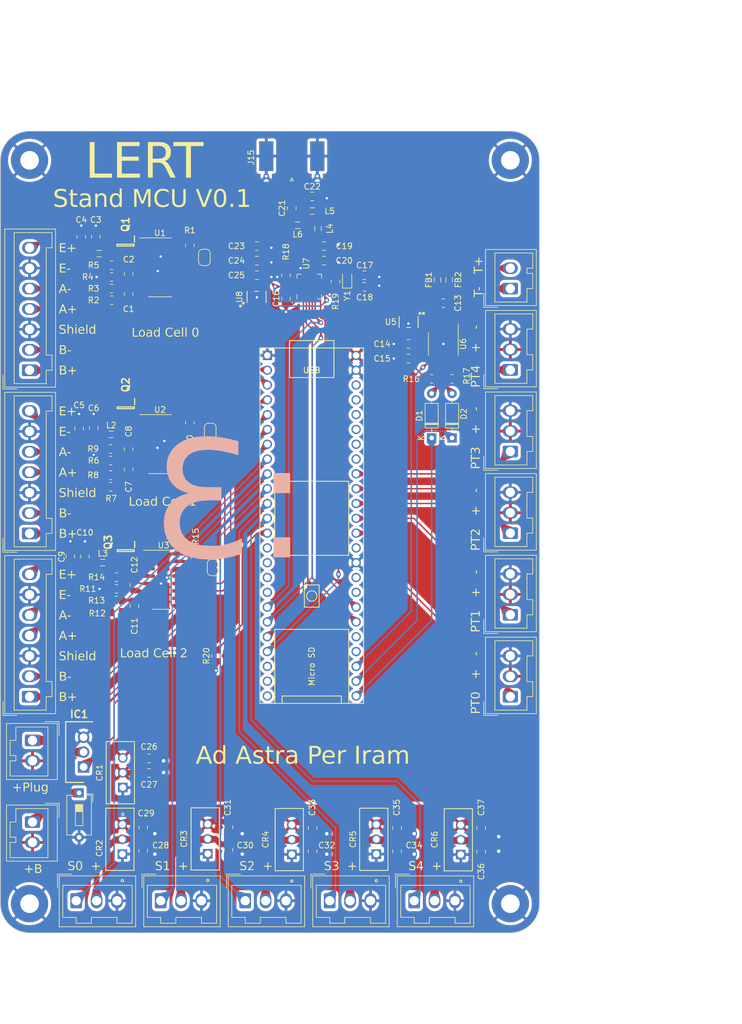
<source format=kicad_pcb>
(kicad_pcb (version 20221018) (generator pcbnew)
  (layers (0 "F.Cu" signal) (31 "B.Cu" signal) (34 "B.Paste" user) (35 "F.Paste" user) (36 "B.SilkS" user "B.Silkscreen") (37 "F.SilkS" user "F.Silkscreen") (38 "B.Mask" user) (39 "F.Mask" user) (44 "Edge.Cuts" user))
  (net 0 "")
  (net 1 "Net-(U1-INA-)")
  (net 2 "Net-(U1-INA+)")
  (net 3 "Net-(U1-VBG)")
  (net 4 "GND")
  (net 5 "/E+")
  (net 6 "/E1+")
  (net 7 "Net-(U2-INA-)")
  (net 8 "Net-(U2-INA+)")
  (net 9 "Net-(U2-VBG)")
  (net 10 "/E2+")
  (net 11 "Net-(U3-INA-)")
  (net 12 "Net-(U3-INA+)")
  (net 13 "Net-(U3-VBG)")
  (net 14 "Net-(U1-AVDD)")
  (net 15 "Net-(U2-AVDD)")
  (net 16 "Net-(U3-AVDD)")
  (net 17 "Net-(JP1-B)")
  (net 18 "+5V")
  (net 19 "/A+")
  (net 20 "/A-")
  (net 21 "Net-(U1-VFB)")
  (net 22 "Net-(U2-VFB)")
  (net 23 "/A1+")
  (net 24 "/A1-")
  (net 25 "Net-(JP2-B)")
  (net 26 "Net-(U3-VFB)")
  (net 27 "/A2+")
  (net 28 "/A2-")
  (net 29 "Net-(JP3-B)")
  (net 30 "Net-(U1-BASE)")
  (net 31 "/B-")
  (net 32 "/B+")
  (net 33 "/SCK")
  (net 34 "/DAT")
  (net 36 "Net-(U2-BASE)")
  (net 37 "/B1-")
  (net 38 "/B1+")
  (net 39 "/SCK1")
  (net 40 "/DAT1")
  (net 42 "Net-(U3-BASE)")
  (net 43 "/B2-")
  (net 44 "/B2+")
  (net 45 "/SCK2")
  (net 46 "/DAT2")
  (net 48 "/PWM0")
  (net 49 "/PWM1")
  (net 50 "/PWM2")
  (net 51 "/PWM3")
  (net 52 "/PWM4")
  (net 57 "Net-(U6-T+)")
  (net 58 "Net-(U6-T-)")
  (net 59 "/+3VTC")
  (net 60 "Net-(U7-DVDD)")
  (net 64 "Net-(U7-XC1)")
  (net 65 "Net-(U7-XC2)")
  (net 66 "Net-(U7-VDD_PA)")
  (net 69 "Net-(C21-Pad1)")
  (net 70 "Net-(J15-In)")
  (net 74 "/PT0")
  (net 75 "/PT1")
  (net 76 "/PT2")
  (net 77 "/PT3")
  (net 78 "/PT4")
  (net 85 "/+3VRF")
  (net 86 "/tcCS")
  (net 87 "Net-(D1-A)")
  (net 88 "/tcSO")
  (net 89 "Net-(D2-A)")
  (net 90 "/T+")
  (net 91 "/T-")
  (net 92 "Net-(U7-ANT1)")
  (net 93 "Net-(U7-ANT2)")
  (net 94 "Net-(U7-IREF)")
  (net 95 "/rMOSI")
  (net 96 "/rSCK")
  (net 97 "/rCE")
  (net 98 "/rIRQ")
  (net 99 "/tcSCK")
  (net 100 "/rCSN")
  (net 101 "/rMISO")
  (net 104 "/GP")
  (net 105 "Net-(IC1-D)")
  (net 106 "+BATT")
  (net 107 "/+S0")
  (net 108 "/+S1")
  (net 109 "/+S2")
  (net 110 "/+S3")
  (net 111 "/+S4")
  (net 112 "Net-(J17-Pin_1)")
  (footprint "Capacitor_SMD:C_0805_2012Metric" (layer "F.Cu") (at 105 186.5629 90)
    (fp_text reference "C36")
    (fp_text value "10uF" hide)
  )
  (footprint "Capacitor_SMD:C_0805_2012Metric" (layer "F.Cu") (at 48 173.08 180)
    (fp_text reference "C27")
    (fp_text value "10uF" hide)
  )
  (footprint "Library:MF05A_TEX" (layer "F.Cu") (at 92.5475 95.7192 -90)
    (fp_text reference "U5")
    (fp_text value "LP2980IM5X-3.3/NOPB" hide)
  )
  (footprint "Diode_THT:D_DO-35_SOD27_P7.62mm_Horizontal" (layer "F.Cu") (at 96.5 115.62 90)
    (fp_text reference "D1")
    (fp_text value "1N4148" hide)
  )
  (footprint "Connector_Wago:Wago_734-133_1x03_P3.50mm_Vertical" (layer "F.Cu") (at 50 195)
    (fp_text reference "J5" hide)
    (fp_text value "Screw_Terminal_01x03" hide)
  )
  (footprint "Connector_Wago:Wago_734-133_1x03_P3.50mm_Vertical" (layer "F.Cu") (at 110 117.95 90)
    (fp_text reference "J12" hide)
    (fp_text value "Screw_Terminal_01x03" hide)
  )
  (footprint "Connector_Wago:Wago_734-133_1x03_P3.50mm_Vertical" (layer "F.Cu") (at 79 195)
    (fp_text reference "J7" hide)
    (fp_text value "Screw_Terminal_01x03" hide)
  )
  (footprint "Connector_Wago:Wago_734-132_1x02_P3.50mm_Vertical" (layer "F.Cu") (at 28 181.5 -90)
    (fp_text reference "J17" hide)
    (fp_text value "Screw_Terminal_01x02" hide)
  )
  (footprint "Jumper:SolderJumper-2_P1.3mm_Bridged_RoundedPad1.0x1.5mm" (layer "F.Cu") (at 59 137.85 90)
    (fp_text reference "JP3" hide)
    (fp_text value "SolderJumper_2_Bridged" hide)
  )
  (footprint "Connector_Wago:Wago_734-133_1x03_P3.50mm_Vertical" (layer "F.Cu") (at 110 103.95 90)
    (fp_text reference "J13" hide)
    (fp_text value "Screw_Terminal_01x03" hide)
  )
  (footprint "Capacitor_SMD:C_0805_2012Metric" (layer "F.Cu") (at 78 82.71)
    (fp_text reference "C19")
    (fp_text value "2.2uF" hide)
  )
  (footprint "Library:TO255P460X1020X2008-3P" (layer "F.Cu") (at 36.77 172.05 90)
    (fp_text reference "IC1")
    (fp_text value "STP85NF55" hide)
  )
  (footprint "Capacitor_SMD:C_0805_2012Metric" (layer "F.Cu") (at 45.5 140.85 90)
    (fp_text reference "C12")
    (fp_text value "0.1uF" hide)
  )
  (footprint "Resistor_SMD:R_0805_2012Metric" (layer "F.Cu") (at 41.5875 92)
    (fp_text reference "R2")
    (fp_text value "100" hide)
  )
  (footprint "Button_Switch_THT:SW_DIP_SPSTx01_Slide_6.7x4.1mm_W7.62mm_P2.54mm_LowProfile" (layer "F.Cu") (at 36 176.5 -90)
    (fp_text reference "SW1" hide)
    (fp_text value "SW_DIP_x01" hide)
  )
  (footprint "Connector_Wago:Wago_734-133_1x03_P3.50mm_Vertical" (layer "F.Cu") (at 110 131.95 90)
    (fp_text reference "J11" hide)
    (fp_text value "Screw_Terminal_01x03" hide)
  )
  (footprint "Jumper:SolderJumper-2_P1.3mm_Bridged_RoundedPad1.0x1.5mm" (layer "F.Cu") (at 57.5 84.65 90)
    (fp_text reference "JP1" hide)
    (fp_text value "SolderJumper_2_Bridged" hide)
  )
  (footprint "Library:SOT96P240X110-3N" (layer "F.Cu") (at 43.96 82.55 -90)
    (fp_text reference "Q1")
    (fp_text value "MMBT4403-7-F" hide)
  )
  (footprint "Resistor_SMD:R_0805_2012Metric" (layer "F.Cu") (at 41.5875 90)
    (fp_text reference "R3")
    (fp_text value "100" hide)
  )
  (footprint "Connector_Wago:Wago_734-137_1x07_P3.50mm_Vertical" (layer "F.Cu") (at 27.5 132 90)
    (fp_text reference "J2" hide)
    (fp_text value "Screw_Terminal_01x07" hide)
  )
  (footprint "Capacitor_SMD:C_0805_2012Metric" (layer "F.Cu") (at 66.5 87.71 180)
    (fp_text reference "C25")
    (fp_text value "1nF" hide)
  )
  (footprint "Package_SO:SOP-16_3.9x9.9mm_P1.27mm" (layer "F.Cu") (at 49.8875 86.36)
    (fp_text reference "U1")
    (fp_text value "HX711" hide)
  )
  (footprint "Capacitor_SMD:C_0805_2012Metric" (layer "F.Cu") (at 61.6364 186.2742 90)
    (fp_text reference "C30")
    (fp_text value "10uF" hide)
  )
  (footprint "Resistor_SMD:R_0805_2012Metric" (layer "F.Cu") (at 100 105.5 180)
    (fp_text reference "R17")
    (fp_text value "10k" hide)
  )
  (footprint "Capacitor_SMD:C_0805_2012Metric" (layer "F.Cu") (at 37 135.95 90)
    (fp_text reference "C10")
    (fp_text value "10uF" hide)
  )
  (footprint "Resistor_SMD:R_0805_2012Metric" (layer "F.Cu") (at 96.5 105.5 180)
    (fp_text reference "R16")
    (fp_text value "10k" hide)
  )
  (footprint "Library:TO-220_STM" (layer "F.Cu") (at 101.5 187.08 90)
    (fp_text reference "CR6")
    (fp_text value "LD1085V50" hide)
  )
  (footprint "Library:MF05A_TEX" (layer "F.Cu") (at 66.4525 91.4292 90)
    (fp_text reference "U8")
    (fp_text value "LP2980IM5X-3.3/NOPB" hide)
  )
  (footprint "Capacitor_SMD:C_0805_2012Metric" (layer "F.Cu") (at 105 182.5629 90)
    (fp_text reference "C37")
    (fp_text value "10uF" hide)
  )
  (footprint "Resistor_SMD:R_0805_2012Metric" (layer "F.Cu") (at 80 88.7975 -90)
    (fp_text reference "R19")
    (fp_text value "1M" hide)
  )
  (footprint "Resistor_SMD:R_0805_2012Metric" (layer "F.Cu") (at 41.4125 122)
    (fp_text reference "R8")
    (fp_text value "100" hide)
  )
  (footprint "Capacitor_SMD:C_0805_2012Metric" (layer "F.Cu") (at 78 85.21)
    (fp_text reference "C20")
    (fp_text value "4.7pF" hide)
  )
  (footprint "Capacitor_SMD:C_0805_2012Metric" (layer "F.Cu") (at 44.5 121 -90)
    (fp_text reference "C7")
    (fp_text value "0.1uF" hide)
  )
  (footprint "Capacitor_SMD:C_0805_2012Metric" (layer "F.Cu") (at 90.5682 186.5 90)
    (fp_text reference "C34")
    (fp_text value "10uF" hide)
  )
  (footprint "Resistor_SMD:R_0805_2012Metric" (layer "F.Cu") (at 59.5 153 90)
    (fp_text reference "R20")
    (fp_text value "10K" hide)
  )
  (footprint "Resistor_SMD:R_0805_2012Metric" (layer "F.Cu") (at 56 136.0875 90)
    (fp_text reference "R15")
    (fp_text value "10K" hide)
  )
  (footprint "MountingHole:MountingHole_3.2mm_M3_Pad" (layer "F.Cu") (at 110 68)
    (fp_text reference "H2" hide)
    (fp_text value "MountingHole_Pad" hide)
  )
  (footprint "Connector_Wago:Wago_734-133_1x03_P3.50mm_Vertical" (layer "F.Cu") (at 93.5 195)
    (fp_text reference "J8" hide)
    (fp_text value "Screw_Terminal_01x03" hide)
  )
  (footprint "Library:Teensy41" (layer "F.Cu") (at 75.92 130.67 -90)
    (fp_text reference "U4" hide)
    (fp_text value "Teensy4.1")
  )
  (footprint "Inductor_SMD:L_0805_2012Metric" (layer "F.Cu") (at 39.4375 84)
    (fp_text reference "L1" hide)
    (fp_text value "3.3uH" hide)
  )
  (footprint "Jumper:SolderJumper-2_P1.3mm_Bridged_RoundedPad1.0x1.5mm" (layer "F.Cu") (at 58.5 114.5 90)
    (fp_text reference "JP2" hide)
    (fp_text value "SolderJumper_2_Bridged" hide)
  )
  (footprint "Capacitor_SMD:C_0805_2012Metric" (layer "F.Cu") (at 44.5 87.45 90)
    (fp_text reference "C2")
    (fp_text value "0.1uF" hide)
  )
  (footprint "Inductor_SMD:L_0805_2012Metric" (layer "F.Cu") (at 77 79.71 90)
    (fp_text reference "L4")
    (fp_text value "2.7nH" hide)
  )
  (footprint "Capacitor_SMD:C_0805_2012Metric" (layer "F.Cu") (at 76.0682 186.4871 90)
    (fp_text reference "C32")
    (fp_text value "10uF" hide)
  )
  (footprint "Capacitor_SMD:C_0805_2012Metric" (layer "F.Cu") (at 38.5 113.95 90)
    (fp_text reference "C6")
    (fp_text value "10uF" hide)
  )
  (footprint "Package_SO:SOP-16_3.9x9.9mm_P1.27mm" (layer "F.Cu") (at 50.5 139.945)
    (fp_text reference "U3")
    (fp_text value "HX711" hide)
  )
  (footprint "Capacitor_SMD:C_0805_2012Metric" (layer "F.Cu") (at 72.5 76.21 90)
    (fp_text reference "C21")
    (fp_text value "1.5pF" hide)
  )
  (footprint "Resistor_SMD:R_0805_2012Metric" (layer "F.Cu") (at 42.4125 139.5)
    (fp_text reference "R14")
    (fp_text value "8.2K" hide)
  )
  (footprint "MountingHole:MountingHole_3.2mm_M3_Pad" (layer "F.Cu") (at 110 195.5)
    (fp_text reference "H3" hide)
    (fp_text value "MountingHole_Pad" hide)
  )
  (footprint "Capacitor_SMD:C_0805_2012Metric" (layer "F.Cu") (at 90.5682 182.5 90)
    (fp_text reference "C35")
    (fp_text value "10uF" hide)
  )
  (footprint "Library:TO-220_STM" (layer "F.Cu") (at 43.5 175.58 90)
    (fp_text reference "CR1")
    (fp_text value "LD1085V50" hide)
  )
  (footprint "Resistor_SMD:R_0805_2012Metric" (layer "F.Cu") (at 55 113 90)
    (fp_text reference "R10")
    (fp_text value "10K" hide)
  )
  (footprint "Resistor_SMD:R_0805_2012Metric" (layer "F.Cu") (at 42.4125 141.5)
    (fp_text reference "R11")
    (fp_text value "8.2K" hide)
  )
  (footprint "Capacitor_SMD:C_0805_2012Metric" (layer "F.Cu") (at 98.5 92.5)
    (fp_text reference "C13")
    (fp_text value "0.01uF" hide)
  )
  (footprint "Library:TO-220_STM" (layer "F.Cu") (at 58.0682 186.9371 90)
    (fp_text reference "CR3")
    (fp_text value "LD1085V50" hide)
  )
  (footprint "Resistor_SMD:R_0805_2012Metric" (layer "F.Cu") (at 42.4125 145.5)
    (fp_text reference "R12")
    (fp_text value "100" hide)
  )
  (footprint "Capacitor_SMD:C_0805_2012Metric" (layer "F.Cu") (at 47 186.4371 90)
    (fp_text reference "C28")
    (fp_text value "10uF" hide)
  )
  (footprint "Capacitor_SMD:C_0805_2012Metric" (layer "F.Cu") (at 36.375 81.15 90)
    (fp_text reference "C4")
    (fp_text value "0.1uF" hide)
  )
  (footprint "Capacitor_SMD:C_0805_2012Metric" (layer "F.Cu") (at 48 170.58 180)
    (fp_text reference "C26")
    (fp_text value "10uF" hide)
  )
  (footprint "Capacitor_SMD:C_0805_2012Metric" (layer "F.Cu") (at 76 74.21 180)
    (fp_text reference "C22")
    (fp_text value "1pF" hide)
  )
  (footprint "Resistor_SMD:R_0805_2012Metric" (layer "F.Cu") (at 41.5875 86)
    (fp_text reference "R5")
    (fp_text value "8.2K" hide)
  )
  (footprint "Resistor_SMD:R_0805_2012Metric" (layer "F.Cu") (at 41.4125 119.5)
    (fp_text reference "R6")
    (fp_text value "8.2K" hide)
  )
  (footprint "Capacitor_SMD:C_0805_2012Metric" (layer "F.Cu") (at 44.5 117.55 90)
    (fp_text reference "C8")
    (fp_text value "0.1uF" hide)
  )
  (footprint "Library:TO-220_STM" (layer "F.Cu") (at 87 187 90)
    (fp_text reference "CR5")
    (fp_text value "LD1085V50")
  )
  (footprint "Connector_Wago:Wago_734-133_1x03_P3.50mm_Vertical" (layer "F.Cu") (at 35.5 195)
    (fp_text reference "J4" hide)
    (fp_text value "Screw_Terminal_01x03" hide)
  )
  (footprint "Capacitor_SMD:C_0805_2012Metric" (layer "F.Cu") (at 34.5 135.95 90)
    (fp_text reference "C9")
    (fp_text value "0.1uF" hide)
  )
  (footprint "Connector_Coaxial:SMA_Molex_73251-1153_EdgeMount_Horizontal" (layer "F.Cu") (at 72.5 69 -90)
    (fp_text reference "J15")
    (fp_text value "Conn_Coaxial" hide)
  )
  (footprint "Capacitor_SMD:C_0805_2012Metric" (layer "F.Cu") (at 76.0682 182.4871 90)
    (fp_text reference "C33")
    (fp_text value "10uF" hide)
  )
  (footprint "Capacitor_SMD:C_0805_2012Metric" (layer "F.Cu") (at 92.5 102 180)
    (fp_text reference "C15")
    (fp_text value "10uF" hide)
  )
  (footprint "Capacitor_SMD:C_0805_2012Metric" (layer "F.Cu") (at 84.95 87.71)
    (fp_text reference "C17")
    (fp_text value "22pF" hide)
  )
  (footprint "Crystal:Crystal_SMD_2012-2Pin_2.0x1.2mm" (layer "F.Cu") (at 82 88.71 90)
    (fp_text reference "Y1")
    (fp_text value "16Mhz" hide)
  )
  (footprint "Inductor_SMD:L_0805_2012Metric" (layer "F.Cu") (at 41.5 115)
    (fp_text reference "L2")
    (fp_text value "3.3uH" hide)
  )
  (footprint "Resistor_SMD:R_0805_2012Metric" (layer "F.Cu") (at 55 82.5875 90)
    (fp_text reference "R1")
    (fp_text value "10K" hide)
  )
  (footprint "MountingHole:MountingHole_3.2mm_M3_Pad" (layer "F.Cu") (at 27.5 68)
    (fp_text reference "H1" hide)
    (fp_text value "MountingHole_Pad" hide)
  )
  (footprint "Library:TO-220_STM" (layer "F.Cu") (at 72.5 187.05 90)
    (fp_text reference "CR4")
    (fp_text value "LD1085V50" hide)
  )
  (footprint "Capacitor_SMD:C_0805_2012Metric" (layer "F.Cu") (at 66.5 85.21 180)
    (fp_text reference "C24")
    (fp_text value "10nF" hide)
  )
  (footprint "Inductor_SMD:L_0805_2012Metric" (layer "F.Cu") (at 73.5 79.1475 180)
    (fp_text reference "L6")
    (fp_text value "3.9nH" hide)
  )
  (footprint "Capacitor_SMD:C_0805_2012Metric" (layer "F.Cu") (at 61.6364 182.3742 90)
    (fp_text reference "C31")
    (fp_text value "10uF" hide)
  )
  (footprint "Connector_Wago:Wago_734-133_1x03_P3.50mm_Vertical" (layer "F.Cu") (at 110 160 90)
    (fp_text reference "J9" hide)
    (fp_text value "Screw_Terminal_01x03" hide)
  )
  (footprint "Resistor_SMD:R_0805_2012Metric" (layer "F.Cu") (at 41.4125 124)
    (fp_text reference "R7")
    (fp_text value "100" hide)
  )
  (footprint "Connector_Wago:Wago_734-133_1x03_P3.50mm_Vertical" (layer "F.Cu") (at 110 145.95 90)
    (fp_text reference "J10" hide)
    (fp_text value "Screw_Terminal_01x03" hide)
  )
  (footprint "Inductor_SMD:L_0805_2012Metric" (layer "F.Cu") (at 99.5 88.5 -90)
    (fp_text reference "FB2")
    (fp_text value "FerriteBead" hide)
  )
  (footprint "Package_DFN_QFN:QFN-20-1EP_4x4mm_P0.5mm_EP2.5x2.5mm" (layer "F.Cu") (at 75.5 89.6475 90)
    (fp_text reference "U7")
    (fp_text value "NRF24L01" hide)
  )
  (footprint "Capacitor_SMD:C_0805_2012Metric" (layer "F.Cu") (at 84.95 89.71)
    (fp_text reference "C18")
    (fp_text value "22pF" hide)
  )
  (footprint "Capacitor_SMD:C_0805_2012Metric" (layer "F.Cu") (at 92.5 99.5 180)
    (fp_text reference "C14")
    (fp_text value "10uF" hide)
  )
  (footprint "Inductor_SMD:L_0805_2012Metric" (layer "F.Cu") (at 76 76.71 180)
    (fp_text reference "L5")
    (fp_text value "8.2nH" hide)
  )
  (footprint "Capacitor_SMD:C_0805_2012Metric" (layer "F.Cu") (at 38.875 81.15 90)
    (fp_text reference "C3")
    (fp_text value "10uF" hide)
  )
  (footprint "Capacitor_SMD:C_0805_2012Metric" (layer "F.Cu") (at 36 114 90)
    (fp_text reference "C5")
    (fp_text value "0.1uF" hide)
  )
  (footprint "Capacitor_SMD:C_0805_2012Metric" (layer "F.Cu") (at 44.5 90.95 -90)
    (fp_text reference "C1")
    (fp_text value "0.1uF" hide)
  )
  (footprint "Diode_THT:D_DO-35_SOD27_P7.62mm_Horizontal" (layer "F.Cu") (at 100 115.62 90)
    (fp_text reference "D2")
    (fp_text value "1N4148" hide)
  )
  (footprint "Library:TO-220_STM" (layer "F.Cu") (at 43.4318 187 90)
    (fp_text reference "CR2")
    (fp_text value "LD1085V50" hide)
  )
  (footprint "Package_SO:SOIC-8_3.9x4.9mm_P1.27mm" (layer "F.Cu") (at 98.5 99.5 -90)
    (fp_text reference "U6")
    (fp_text value "MAX31855KASA" hide)
  )
  (footprint "Library:SOT96P240X110-3N" (layer "F.Cu") (at 44 110.45 -90)
    (fp_text reference "Q2")
    (fp_text value "MMBT4403-7-F" hide)
  )
  (footprint "MountingHole:MountingHole_3.2mm_M3_Pad" (layer "F.Cu") (at 27.5 195.5)
    (fp_text reference "H4" hide)
    (fp_text value "MountingHole_Pad" hide)
  )
  (footprint "Resistor_SMD:R_0805_2012Metric" (layer "F.Cu") (at 71.5 87.71 90)
    (fp_text reference "R18")
    (fp_text value "22k" hide)
  )
  (footprint "Library:SOT96P240X110-3N" (layer "F.Cu") (at 44 134.95 -90)
    (fp_text reference "Q3")
    (fp_text value "MMBT4403-7-F" hide)
  )
  (footprint "Resistor_SMD:R_0805_2012Metric" (layer "F.Cu") (at 41.5875 88)
    (fp_text reference "R4")
    (fp_text value "8.2K" hide)
  )
  (footprint "Connector_Wago:Wago_734-137_1x07_P3.50mm_Vertical" (layer "F.Cu") (at 27.5 104 90)
    (fp_text reference "J1" hide)
    (fp_text value "Screw_Terminal_01x07" hide)
  )
  (footprint "Inductor_SMD:L_0805_2012Metric" (layer "F.Cu") (at 97.5 88.5 -90)
    (fp_text reference "FB1")
    (fp_text value "FerriteBead" hide)
  )
  (footprint "Connector_Wago:Wago_734-133_1x03_P3.50mm_Vertical" (layer "F.Cu") (at 64.5 195)
    (fp_text reference "J6" hide)
    (fp_text value "Screw_Terminal_01x03" hide)
  )
  (footprint "Resistor_SMD:R_0805_2012Metric" (layer "F.Cu") (at 42.4125 143.5)
    (fp_text reference "R13")
    (fp_text value "100" hide)
  )
  (footprint "Capacitor_SMD:C_0805_2012Metric" (layer "F.Cu") (at 45.5 144.45 -90)
    (fp_text reference "C11")
    (fp_text value "0.1uF" hide)
  )
  (footprint "Capacitor_SMD:C_0805_2012Metric" (layer "F.Cu") (at 66.5 82.71 180)
    (fp_text reference "C23")
    (fp_text value "10uF" hide)
  )
  (footprint "Inductor_SMD:L_0805_2012Metric" (layer "F.Cu") (at 40.0625 137)
    (fp_text reference "L3")
    (fp_text value "3.3uH" hide)
  )
  (footprint "Connector_Wago:Wago_734-137_1x07_P3.50mm_Vertical" (layer "F.Cu") (at 27.5 160 90)
    (fp_text reference "J3" hide)
    (fp_text value "Screw_Terminal_01x07" hide)
  )
  (footprint "Connector_Wago:Wago_734-132_1x02_P3.50mm_Vertical" (layer "F.Cu") (at 28 167.5 -90)
    (fp_text reference "J16" hide)
    (fp_text value "Screw_Terminal_01x02" hide)
  )
  (footprint "Capacitor_SMD:C_0805_2012Metric" (layer "F.Cu") (at 47 182.4371 90)
    (fp_text reference "C29")
    (fp_text value "10uF" hide)
  )
  (footprint "Connector_Wago:Wago_734-132_1x02_P3.50mm_Vertical" (layer "F.Cu") (at 110 90 90)
    (fp_text reference "J14" hide)
    (fp_text value "Screw_Terminal_01x02" hide)
  )
  (footprint "Capacitor_SMD:C_0805_2012Metric" (layer "F.Cu") (at 71.5 91.71 90)
    (fp_text reference "C16")
    (fp_text value "33nF" hide)
  )
  (footprint "Package_SO:SOP-16_3.9x9.9mm_P1.27mm" (layer "F.Cu") (at 49.8875 116.675)
    (fp_text reference "U2")
    (fp_text value "HX711" hide)
  )
  (footprint "Resistor_SMD:R_0805_2012Metric" (layer "F.Cu") (at 41.4125 117.5)
    (fp_text reference "R9")
    (fp_text value "8.2K" hide)
  )
  (gr_arc (start 22.5 68) (mid 23.964466 64.464466) (end 27.5 63) (stroke (width 0.1)) (layer "Edge.Cuts"))
  (gr_line (start 22.5 68) (end 22.5 195.5) (stroke (width 0.1)) (layer "Edge.Cuts"))
  (gr_line (start 110 63) (end 27.5 63) (stroke (width 0.1)) (layer "Edge.Cuts"))
  (gr_line (start 27.5 200.5) (end 110 200.5) (stroke (width 0.1)) (layer "Edge.Cuts"))
  (gr_line (start 115 195.5) (end 115 68) (stroke (width 0.1)) (layer "Edge.Cuts"))
  (gr_arc (start 110 63) (mid 113.535534 64.464466) (end 115 68) (stroke (width 0.1)) (layer "Edge.Cuts"))
  (gr_arc (start 27.5 200.5) (mid 23.964466 199.035534) (end 22.5 195.5) (stroke (width 0.1)) (layer "Edge.Cuts"))
  (gr_arc (start 115 195.5) (mid 113.535534 199.035534) (end 110 200.5) (stroke (width 0.1)) (layer "Edge.Cuts"))
  (gr_text ":3" (at 75.5 139.5) (layer "B.SilkS") (effects (font (size 20 20)) (justify left bottom mirror)))
  (gr_text "S4" (at 92.5 190) (layer "F.SilkS") (effects (font (size 1.5 1.5)) (justify left bottom)))
  (gr_text "+\n" (at 105 143 90) (layer "F.SilkS") (effects (font (size 1.5 1.5)) (justify left bottom)))
  (gr_text "PT2\n" (at 105 135 90) (layer "F.SilkS") (effects (font (size 1.5 1.5)) (justify left bottom)))
  (gr_text "Shield" (at 32.5 126) (layer "F.SilkS") (effects (font (size 1.5 1.5)) (justify left bottom)))
  (gr_text "A-" (at 32.5 147) (layer "F.SilkS") (effects (font (size 1.5 1.5)) (justify left bottom)))
  (gr_text "B+" (at 32.5 161) (layer "F.SilkS") (effects (font (size 1.5 1.5)) (justify left bottom)))
  (gr_text "T-" (at 105.5 91.5 90) (layer "F.SilkS") (effects (font (size 1.5 1.5)) (justify left bottom)))
  (gr_text "B+" (at 32.5 133) (layer "F.SilkS") (effects (font (size 1.5 1.5)) (justify left bottom)))
  (gr_text "-" (at 105 139 90) (layer "F.SilkS") (effects (font (size 1.5 1.5)) (justify left bottom)))
  (gr_text "Shield" (at 32.5 98) (layer "F.SilkS") (effects (font (size 1.5 1.5)) (justify left bottom)))
  (gr_text "E+" (at 32.5 140) (layer "F.SilkS") (effects (font (size 1.5 1.5)) (justify left bottom)))
  (gr_text "S2\n" (at 63.5 190) (layer "F.SilkS") (effects (font (size 1.5 1.5)) (justify left bottom)))
  (gr_text "+" (at 67.5 190) (layer "F.SilkS") (effects (font (size 1.5 1.5)) (justify left bottom)))
  (gr_text "Stand MCU V0.1" (at 31.5 76.5) (layer "F.SilkS") (effects (font (size 3 3)) (justify left bottom)))
  (gr_text "E-" (at 32.5 115.5) (layer "F.SilkS") (effects (font (size 1.5 1.5)) (justify left bottom)))
  (gr_text "PT4" (at 105 107 90) (layer "F.SilkS") (effects (font (size 1.5 1.5)) (justify left bottom)))
  (gr_text "S1\n" (at 49 190) (layer "F.SilkS") (effects (font (size 1.5 1.5)) (justify left bottom)))
  (gr_text "A-" (at 32.5 119) (layer "F.SilkS") (effects (font (size 1.5 1.5)) (justify left bottom)))
  (gr_text "+" (at 96.5 190) (layer "F.SilkS") (effects (font (size 1.5 1.5)) (justify left bottom)))
  (gr_text "-" (at 105 97 90) (layer "F.SilkS") (effects (font (size 1.5 1.5)) (justify left bottom)))
  (gr_text "+\n" (at 105 115 90) (layer "F.SilkS") (effects (font (size 1.5 1.5)) (justify left bottom)))
  (gr_text "+" (at 53 190) (layer "F.SilkS") (effects (font (size 1.5 1.5)) (justify left bottom)))
  (gr_text "T+" (at 105.5 87.5 90) (layer "F.SilkS") (effects (font (size 1.5 1.5)) (justify left bottom)))
  (gr_text "-" (at 105 111 90) (layer "F.SilkS") (effects (font (size 1.5 1.5)) (justify left bottom)))
  (gr_text "PT3" (at 105 121 90) (layer "F.SilkS") (effects (font (size 1.5 1.5)) (justify left bottom)))
  (gr_text "+B" (at 26.5 190.5) (layer "F.SilkS") (effects (font (size 1.5 1.5)) (justify left bottom)))
  (gr_text "E+" (at 32.5 84) (layer "F.SilkS") (effects (font (size 1.5 1.5)) (justify left bottom)))
  (gr_text "B-" (at 32.5 129.5) (layer "F.SilkS") (effects (font (size 1.5 1.5)) (justify left bottom)))
  (gr_text "LERT" (at 37 72) (layer "F.SilkS") (effects (font (size 6 6)) (justify left bottom)))
  (gr_text "B-" (at 32.5 101.5) (layer "F.SilkS") (effects (font (size 1.5 1.5)) (justify left bottom)))
  (gr_text "-" (at 105 153 90) (layer "F.SilkS") (effects (font (size 1.5 1.5)) (justify left bottom)))
  (gr_text "+Plug" (at 24.5 176.5) (layer "F.SilkS") (effects (font (size 1.5 1.5)) (justify left bottom)))
  (gr_text "+\n" (at 105 157 90) (layer "F.SilkS") (effects (font (size 1.5 1.5)) (justify left bottom)))
  (gr_text "A+" (at 32.5 122.5) (layer "F.SilkS") (effects (font (size 1.5 1.5)) (justify left bottom)))
  (gr_text "B+" (at 32.5 105) (layer "F.SilkS") (effects (font (size 1.5 1.5)) (justify left bottom)))
  (gr_text "E-" (at 32.5 143.5) (layer "F.SilkS") (effects (font (size 1.5 1.5)) (justify left bottom)))
  (gr_text "Load Cell 2" (at 43 153.5) (layer "F.SilkS") (effects (font (size 1.5 1.5)) (justify left bottom)))
  (gr_text "+\n" (at 105 129 90) (layer "F.SilkS") (effects (font (size 1.5 1.5)) (justify left bottom)))
  (gr_text "+\n" (at 105 101 90) (layer "F.SilkS") (effects (font (size 1.5 1.5)) (justify left bottom)))
  (gr_text "S0" (at 34 190) (layer "F.SilkS") (effects (font (size 1.5 1.5)) (justify left bottom)))
  (gr_text "+" (at 38 190) (layer "F.SilkS") (effects (font (size 1.5 1.5)) (justify left bottom)))
  (gr_text "A+" (at 32.5 150.5) (layer "F.SilkS") (effects (font (size 1.5 1.5)) (justify left bottom)))
  (gr_text "+" (at 82 190) (layer "F.SilkS") (effects (font (size 1.5 1.5)) (justify left bottom)))
  (gr_text "Ad Astra Per Iram" (at 56 172) (layer "F.SilkS") (effects (font (size 3 3)) (justify left bottom)))
  (gr_text "PT1\n" (at 105 149 90) (layer "F.SilkS") (effects (font (size 1.5 1.5)) (justify left bottom)))
  (gr_text "E+" (at 32.5 112) (layer "F.SilkS") (effects (font (size 1.5 1.5)) (justify left bottom)))
  (gr_text "Load Cell 0" (at 45 98.5) (layer "F.SilkS") (effects (font (size 1.5 1.5)) (justify left bottom)))
  (gr_text "-" (at 105 125 90) (layer "F.SilkS") (effects (font (size 1.5 1.5)) (justify left bottom)))
  (gr_text "A-" (at 32.5 91) (layer "F.SilkS") (effects (font (size 1.5 1.5)) (justify left bottom)))
  (gr_text "Load Cell 1" (at 44.5 127.5) (layer "F.SilkS") (effects (font (size 1.5 1.5)) (justify left bottom)))
  (gr_text "Shield" (at 32.5 154) (layer "F.SilkS") (effects (font (size 1.5 1.5)) (justify left bottom)))
  (gr_text "E-" (at 32.5 87.5) (layer "F.SilkS") (effects (font (size 1.5 1.5)) (justify left bottom)))
  (gr_text "B-" (at 32.5 157.5) (layer "F.SilkS") (effects (font (size 1.5 1.5)) (justify left bottom)))
  (gr_text "S3" (at 78 190) (layer "F.SilkS") (effects (font (size 1.5 1.5)) (justify left bottom)))
  (gr_text "A+" (at 32.5 94.5) (layer "F.SilkS") (effects (font (size 1.5 1.5)) (justify left bottom)))
  (gr_text "PT0" (at 105 163 90) (layer "F.SilkS") (effects (font (size 1.5 1.5)) (justify left bottom)))
  (segment (start 44.965 89.535) (end 44.5 90) (width 0.25) (layer "F.Cu") (net 1))
  (segment (start 47.3875 89.535) (end 44.965 89.535) (width 0.25) (layer "F.Cu") (net 1))
  (segment (start 42.5 90) (end 44.5 90) (width 0.25) (layer "F.Cu") (net 1))
  (segment (start 46.2925 91.9) (end 47.3875 90.805) (width 0.25) (layer "F.Cu") (net 2))
  (segment (start 42.5 92) (end 44.4 92) (width 0.25) (layer "F.Cu") (net 2))
  (segment (start 44.5 91.9) (end 46.2925 91.9) (width 0.25) (layer "F.Cu") (net 2))
  (segment (start 44.4 92) (end 44.5 91.9) (width 0.25) (layer "F.Cu") (net 2))
  (segment (start 44.5 88.4) (end 47.2525 88.4) (width 0.25) (layer "F.Cu") (net 3))
  (segment (start 47.2525 88.4) (end 47.3875 88.265) (width 0.25) (layer "F.Cu") (net 3))
  (segment (start 45.505 86.995) (end 47.3875 86.995) (width 0.25) (layer "F.Cu") (net 4))
  (segment (start 47.3875 117.31) (end 49.441592 117.31) (width 0.25) (layer "F.Cu") (net 4))
  (segment (start 38.5 113) (end 38.5 111.5) (width 0.25) (layer "F.Cu") (net 4))
  (segment (start 100.405 97.025) (end 100.405 97.595) (width 0.25) (layer "F.Cu") (net 4))
  (segment (start 44.5 86.5) (end 45 87) (width 0.25) (layer "F.Cu") (net 4))
  (segment (start 51.981592 114.77) (end 50.625796 116.125796) (width 0.25) (layer "F.Cu") (net 4))
  (segment (start 87.29 89.71) (end 87.5 89.5) (width 0.25) (layer "F.Cu") (net 4))
  (segment (start 39.5 119.5) (end 38.5 118.5) (width 0.25) (layer "F.Cu") (net 4))
  (segment (start 54.232499 85.3) (end 57.5 85.3) (width 0.25) (layer "F.Cu") (net 4))
  (segment (start 70.6225 88.6225) (end 70 88) (width 0.25) (layer "F.Cu") (net 4))
  (segment (start 40.675 88) (end 39 88) (width 0.25) (layer "F.Cu") (net 4))
  (segment (start 78.1475 89.6475) (end 79 90.5) (width 0.25) (layer "F.Cu") (net 4))
  (segment (start 75 87.71) (end 75 87.24776) (width 0.25) (layer "F.Cu") (net 4))
  (segment (start 71.5 88.6225) (end 72.025 89.1475) (width 0.25) (layer "F.Cu") (net 4))
  (segment (start 47 187.3871) (end 48.6129 187.3871) (width 1) (layer "F.Cu") (net 4))
  (segment (start 105 183.5129) (end 107.5129 183.5129) (width 1) (layer "F.Cu") (net 4))
  (segment (start 105 187.5129) (end 106.9871 187.5129) (width 1) (layer "F.Cu") (net 4))
  (segment (start 80.29 82.71) (end 80.5 82.5) (width 0.25) (layer "F.Cu") (net 4))
  (segment (start 107.5129 183.5129) (end 108 184) (width 1) (layer "F.Cu") (net 4))
  (segment (start 76.0682 183.4371) (end 78.4371 183.4371) (width 1) (layer "F.Cu") (net 4))
  (segment (start 51.045 84.455) (end 52.3875 84.455) (width 0.25) (layer "F.Cu") (net 4))
  (segment (start 45.5 139.9) (end 46.18 140.58) (width 0.25) (layer "F.Cu") (net 4))
  (segment (start 90.5682 183.45) (end 93.45 183.45) (width 1) (layer "F.Cu") (net 4))
  (segment (start 85.9 89.71) (end 87.29 89.71) (width 0.25) (layer "F.Cu") (net 4))
  (segment (start 73.5625 91.7775) (end 73.5625 90.6475) (width 0.25) (layer "F.Cu") (net 4))
  (segment (start 48.505 86.995) (end 51.045 84.455) (width 0.25) (layer "F.Cu") (net 4))
  (segment (start 48.95 170.58) (end 50.08 170.58) (width 1) (layer "F.Cu") (net 4))
  (segment (start 44.5 116.6) (end 45.21 117.31) (width 0.25) (layer "F.Cu") (net 4))
  (segment (start 49.441592 117.31) (end 50.625796 116.125796) (width 0.25) (layer "F.Cu") (net 4))
  (segment (start 38.5 113) (end 36.05 113) (width 0.25) (layer "F.Cu") (net 4))
  (segment (start 67.45 82.71) (end 67.45 87.71) (width 0.25) (layer "F.Cu") (net 4))
  (segment (start 45 87) (end 45.5 87) (width 0.25) (layer "F.Cu") (net 4))
  (segment (start 93.45 183.45) (end 93.5 183.5) (width 1) (layer "F.Cu") (net 4))
  (segment (start 37 135) (end 37 133.35) (width 0.25) (layer "F.Cu") (net 4))
  (segment (start 50.42 173.08) (end 50.5 173) (width 1) (layer "F.Cu") (net 4))
  (segment (start 52.3875 84.455) (end 53.387499 84.455) (width 0.25) (layer "F.Cu") (net 4))
  (segment (start 71.5 92.66) (end 72.68 92.66) (width 0.25) (layer "F.Cu") (net 4))
  (segment (start 53 138.04) (end 52.594092 138.04) (width 0.25) (layer "F.Cu") (net 4))
  (segment (start 77.4375 89.6475) (end 78.1475 89.6475) (width 0.25) (layer "F.Cu") (net 4))
  (segment (start 45.21 117.31) (end 47.3875 117.31) (width 0.25) (layer "F.Cu") (net 4))
  (segment (start 47.3875 86.995) (end 49.495 86.995) (width 0.25) (layer "F.Cu") (net 4))
  (segment (start 76.95 74.21) (end 78.21 74.21) (width 0.25) (layer "F.Cu") (net 4))
  (segment (start 36.375 80.2) (end 36.375 79.2) (width 0.25) (layer "F.Cu") (net 4))
  (segment (start 85.9 89.71) (end 85.9 87.71) (width 0.25) (layer "F.Cu") (net 4))
  (segment (start 74.25224 86.5) (end 74 86.5) (width 0.25) (layer "F.Cu") (net 4))
  (segment (start 67.45 85.21) (end 68.71 85.21) (width 0.25) (layer "F.Cu") (net 4))
  (segment (start 50.08 170.58) (end 50.5 171) (width 1) (layer "F.Cu") (net 4))
  (segment (start 36 113.05) (end 36 111.5) (width 0.25) (layer "F.Cu") (net 4))
  (segment (start 47 183.3871) (end 48.8871 183.3871) (width 1) (layer "F.Cu") (net 4))
  (segment (start 59.5 153.9125) (end 59.5 155.5) (width 0.25) (layer "F.Cu") (net 4))
  (segment (start 68.71 85.21) (end 69 85.5) (width 0.25) (layer "F.Cu") (net 4))
  (segment (start 76.0682 187.4371) (end 78.0629 187.4371) (width 1) (layer "F.Cu") (net 4))
  (segment (start 78.95 82.71) (end 78.95 85.21) (width 0.25) (layer "F.Cu") (net 4))
  (segment (start 91.55 102) (end 91.55 99.5) (width 0.25) (layer "F.Cu") (net 4))
  (segment (start 40.5 119.5) (end 39.5 119.5) (width 0.25) (layer "F.Cu") (net 4))
  (segment (start 78.0629 187.4371) (end 78.5 187) (width 1) (layer "F.Cu") (net 4))
  (segment (start 67.45 82.71) (end 68.71 82.71) (width 0.25) (layer "F.Cu") (net 4))
  (segment (start 52.3875 84.455) (end 50.045 84.455) (width 0.25) (layer "F.Cu") (net 4))
  (segment (start 48 140.58) (end 50.054092 140.58) (width 0.25) (layer "F.Cu") (net 4))
  (segment (start 58.5 115.15) (end 52.7675 115.15) (width 0.25) (layer "F.Cu") (net 4))
  (segment (start 78.21 74.21) (end 78.5 74.5) (width 0.25) (layer "F.Cu") (net 4))
  (segment (start 91.55 102) (end 90 102) (width 0.25) (layer "F.Cu") (net 4))
  (segment (start 80.21 85.21) (end 80.5 85.5) (width 0.25) (layer "F.Cu") (net 4))
  (segment (start 78.4371 183.4371) (end 78.5 183.5) (width 1) (layer "F.Cu") (net 4))
  (segment (start 52.594092 138.04) (end 51.067046 139.567046) (width 0.25) (layer "F.Cu") (net 4))
  (segment (start 66.4525 92.6484) (end 66.4525 91.5475) (width 0.25) (layer "F.Cu") (net 4))
  (segment (start 100.405 97.595) (end 98.5 99.5) (width 0.25) (layer "F.Cu") (net 4))
  (segment (start 61.6364 183.3242) (end 63.8242 183.3242) (width 1) (layer "F.Cu") (net 4))
  (segment (start 49.495 86.995) (end 49.5 87) (width 0.25) (layer "F.Cu") (net 4))
  (segment (start 34.5 135) (end 37 135) (width 0.25) (layer "F.Cu") (net 4))
  (segment (start 68.71 82.71) (end 69 83) (width 0.25) (layer "F.Cu") (net 4))
  (segment (start 71.5 88.6225) (end 70.6225 88.6225) (width 0.25) (layer "F.Cu") (net 4))
  (segment (start 66.4525 91.5475) (end 66.5 91.5) (width 0.25) (layer "F.Cu") (net 4))
  (segment (start 52.3875 114.77) (end 51.981592 114.77) (width 0.25) (layer "F.Cu") (net 4))
  (segment (start 67.45 87.71) (end 68.71 87.71) (width 0.25) (layer "F.Cu") (net 4))
  (segment (start 79 90.5) (end 79 91) (width 0.25) (layer "F.Cu") (net 4))
  (segment (start 53.387499 84.455) (end 54.232499 85.3) (width 0.25) (layer "F.Cu") (net 4))
  (segment (start 91.55 99.5) (end 90 99.5) (width 0.25) (layer "F.Cu") (net 4))
  (segment (start 93.05 187.45) (end 93.5 187) (width 1) (layer "F.Cu") (net 4))
  (segment (start 63.8242 183.3242) (end 64 183.5) (width 1) (layer "F.Cu") (net 4))
  (segment (start 68.71 87.71) (end 69 88) (width 0.25) (layer "F.Cu") (net 4))
  (segment (start 48.95 173.08) (end 50.42 173.08) (width 1) (layer "F.Cu") (net 4))
  (segment (start 50.054092 140.58) (end 51.067046 139.567046) (width 0.25) (layer "F.Cu") (net 4))
  (segment (start 38.875 80.2) (end 38.875 79.2) (width 0.25) (layer "F.Cu") (net 4))
  (segment (start 78.95 85.21) (end 80.21 85.21) (width 0.25) (layer "F.Cu") (net 4))
  (segment (start 47.3875 86.995) (end 48.505 86.995) (width 0.25) (layer "F.Cu") (net 4))
  (segment (start 71.5 92.66) (end 71.5 94) (width 0.25) (layer "F.Cu") (net 4))
  (segment (start 41.5 141.5) (end 39.5 141.5) (width 0.25) (layer "F.Cu") (net 4))
  (segment (start 38.875 80.2) (end 36.375 80.2) (width 0.25) (layer "F.Cu") (net 4))
  (segment (start 72.025 89.1475) (end 73.5625 89.1475) (width 0.25) (layer "F.Cu") (net 4))
  (segment (start 106.9871 187.5129) (end 108 186.5) (width 1) (layer "F.Cu") (net 4))
  (segment (start 78.95 82.71) (end 80.29 82.71) (width 0.25) (layer "F.Cu") (net 4))
  (segment (start 52.7675 115.15) (end 52.3875 114.77) (width 0.25) (layer "F.Cu") (net 4))
  (segment (start 72.68 92.66) (end 73.5625 91.7775) (width 0.25) (layer "F.Cu") (net 4))
  (segment (start 45.5 87) (end 45.505 86.995) (width 0.25) (layer "F.Cu") (net 4))
  (segment (start 92.5475 94.5) (end 92.5475 95.9525) (width 0.25) (layer "F.Cu") (net 4))
  (segment (start 50.045 84.455) (end 50 84.5) (width 0.25) (layer "F.Cu") (net 4))
  (segment (start 87.21 87.71) (end 87.5 88) (width 0.25) (layer "F.Cu") (net 4))
  (segment (start 53.46 138.5) (end 53 138.04) (width 0.25) (layer "F.Cu") (net 4))
  (segment (start 75 87.24776) (end 74.25224 86.5) (width 0.25) (layer "F.Cu") (net 4))
  (segment (start 85.9 87.71) (end 87.21 87.71) (width 0.25) (layer "F.Cu") (net 4))
  (segment (start 92.5475 95.9525) (end 92.5 96) (width 0.25) (layer "F.Cu") (net 4))
  (segment (start 36.05 113) (end 36 113.05) (width 0.25) (layer "F.Cu") (net 4))
  (segment (start 48.6129 187.3871) (end 49 187) (width 1) (layer "F.Cu") (net 4))
  (segment (start 46.18 140.58) (end 48 140.58) (width 0.25) (layer "F.Cu") (net 4))
  (segment (start 48.8871 183.3871) (end 49 183.5) (width 1) (layer "F.Cu") (net 4))
  (segment (start 63.7758 187.2242) (end 64 187) (width 1) (layer "F.Cu") (net 4))
  (segment (start 61.6364 187.2242) (end 63.7758 187.2242) (width 1) (layer "F.Cu") (net 4))
  (segment (start 90.5682 187.45) (end 93.05 187.45) (width 1) (layer "F.Cu") (net 4))
  (segment (start 34.5 135) (end 34.5 133.35) (width 0.25) (layer "F.Cu") (net 4))
  (segment (start 59 138.5) (end 53.46 138.5) (width 0.25) (layer "F.Cu") (net 4))
  (via (at 64 183.5) (size 1) (drill 0.6) (layers "F.Cu" "B.Cu") (net 4))
  (via (at 50.054092 140.58) (size 0.8) (drill 0.4) (layers "F.Cu" "B.Cu") (net 4))
  (via (at 50.5 173) (size 1) (drill 0.6) (layers "F.Cu" "B.Cu") (net 4))
  (via (at 70 88) (size 0.8) (drill 0.4) (layers "F.Cu" "B.Cu") (net 4))
  (via (at 92.5 96) (size 0.8) (drill 0.4) (layers "F.Cu" "B.Cu") (net 4))
  (via (at 34.5 133.35) (size 0.8) (drill 0.4) (layers "F.Cu" "B.Cu") (net 4))
  (via (at 79 91) (size 0.8) (drill 0.4) (layers "F.Cu" "B.Cu") (net 4))
  (via (at 93.5 183.5) (size 1) (drill 0.6) (layers "F.Cu" "B.Cu") (net 4))
  (via (at 80.5 82.5) (size 0.8) (drill 0.4) (layers "F.Cu" "B.Cu") (net 4))
  (via (at 64 187) (size 1) (drill 0.6) (layers "F.Cu" "B.Cu") (net 4))
  (via (at 69 85.5) (size 0.8) (drill 0.4) (layers "F.Cu" "B.Cu") (net 4))
  (via (at 49.5 87) (size 0.8) (drill 0.4) (layers "F.Cu" "B.Cu") (net 4))
  (via (at 78.5 74.5) (size 0.8) (drill 0.4) (layers "F.Cu" "B.Cu") (net 4))
  (via (at 90 99.5) (size 0.8) (drill 0.4) (layers "F.Cu" "B.Cu") (net 4))
  (via (at 90 102) (size 0.8) (drill 0.4) (layers "F.Cu" "B.Cu") (net 4))
  (via (at 38.875 79.2) (size 0.8) (drill 0.4) (layers "F.Cu" "B.Cu") (net 4))
  (via (at 39.5 141.5) (size 0.8) (drill 0.4) (layers "F.Cu" "B.Cu") (net 4))
  (via (at 51.067046 139.567046) (size 0.8) (drill 0.4) (layers "F.Cu" "B.Cu") (net 4))
  (via (at 78.5 183.5) (size 1) (drill 0.6) (layers "F.Cu" "B.Cu") (net 4))
  (via (at 66.5 91.5) (size 0.8) (drill 0.4) (layers "F.Cu" "B.Cu") (net 4))
  (via (at 59.5 155.5) (size 0.8) (drill 0.4) (layers "F.Cu" "B.Cu") (net 4))
  (via (at 98.5 99.5) (size 0.8) (drill 0.4) (layers "F.Cu" "B.Cu") (net 4))
  (via (at 74 86.5) (size 0.8) (drill 0.4) (layers "F.Cu" "B.Cu") (net 4))
  (via (at 78.5 187) (size 1) (drill 0.6) (layers "F.Cu" "B.Cu") (net 4))
  (via (at 108 186.5) (size 1) (drill 0.6) (layers "F.Cu" "B.Cu") (net 4))
  (via (at 108 184) (size 1) (drill 0.6) (layers "F.Cu" "B.Cu") (net 4))
  (via (at 50.5 171) (size 1) (drill 0.6) (layers "F.Cu" "B.Cu") (net 4))
  (via (at 49.441592 117.31) (size 0.8) (drill 0.4) (layers "F.Cu" "B.Cu") (net 4))
  (via (at 49 187) (size 1) (drill 0.6) (layers "F.Cu" "B.Cu") (net 4))
  (via (at 50 84.5) (size 0.8) (drill 0.4) (layers "F.Cu" "B.Cu") (net 4))
  (via (at 69 83) (size 0.8) (drill 0.4) (layers "F.Cu" "B.Cu") (net 4))
  (via (at 69 88) (size 0.8) (drill 0.4) (layers "F.Cu" "B.Cu") (net 4))
  (via (at 71.5 94) (size 0.8) (drill 0.4) (layers "F.Cu" "B.Cu") (net 4))
  (via (at 36 111.5) (size 0.8) (drill 0.4) (layers "F.Cu" "B.Cu") (net 4))
  (via (at 80.5 85.5) (size 0.8) (drill 0.4) (layers "F.Cu" "B.Cu") (net 4))
  (via (at 49 183.5) (size 1) (drill 0.6) (layers "F.Cu" "B.Cu") (net 4))
  (via (at 87.5 89.5) (size 0.8) (drill 0.4) (layers "F.Cu" "B.Cu") (net 4))
  (via (at 39 88) (size 0.8) (drill 0.4) (layers "F.Cu" "B.Cu") (net 4))
  (via (at 93.5 187) (size 1) (drill 0.6) (layers "F.Cu" "B.Cu") (net 4))
  (via (at 37 133.35) (size 0.8) (drill 0.4) (layers "F.Cu" "B.Cu") (net 4))
  (via (at 87.5 88) (size 0.8) (drill 0.4) (layers "F.Cu" "B.Cu") (net 4))
  (via (at 38.5 111.5) (size 0.8) (drill 0.4) (layers "F.Cu" "B.Cu") (net 4))
  (via (at 36.375 79.2) (size 0.8) (drill 0.4) (layers "F.Cu" "B.Cu") (net 4))
  (via (at 38.5 118.5) (size 0.8) (drill 0.4) (layers "F.Cu" "B.Cu") (net 4))
  (via (at 50.625796 116.125796) (size 0.8) (drill 0.4) (layers "F.Cu" "B.Cu") (net 4))
  (segment (start 38.375 84) (end 38.375 82.6) (width 0.25) (layer "F.Cu") (net 5))
  (segment (start 36.375 82.1) (end 38.875 82.1) (width 0.25) (layer "F.Cu") (net 5))
  (segment (start 28.4 82.1) (end 27.5 83) (width 0.25) (layer "F.Cu") (net 5))
  (segment (start 38.375 82.6) (end 38.875 82.1) (width 0.25) (layer "F.Cu") (net 5))
  (segment (start 36.375 82.1) (end 28.4 82.1) (width 0.25) (layer "F.Cu") (net 5))
  (segment (start 38.6 115) (end 38.5 114.9) (width 0.25) (layer "F.Cu") (net 6))
  (segment (start 36 114.95) (end 38.45 114.95) (width 0.25) (layer "F.Cu") (net 6))
  (segment (start 38.45 114.95) (end 38.5 114.9) (width 0.25) (layer "F.Cu") (net 6))
  (segment (start 36 114.95) (end 31.45 114.95) (width 0.25) (layer "F.Cu") (net 6))
  (segment (start 40.4375 115) (end 38.6 115) (width 0.25) (layer "F.Cu") (net 6))
  (segment (start 31.45 114.95) (end 27.5 111) (width 0.25) (layer "F.Cu") (net 6))
  (segment (start 42.325 122) (end 42.325 121.175) (width 0.25) (layer "F.Cu") (net 7))
  (segment (start 42.325 121.175) (end 43.45 120.05) (width 0.25) (layer "F.Cu") (net 7))
  (segment (start 43.45 120.05) (end 44.5 120.05) (width 0.25) (layer "F.Cu") (net 7))
  (segment (start 44.5 120.05) (end 47.1875 120.05) (width 0.25) (layer "F.Cu") (net 7))
  (segment (start 47.1875 120.05) (end 47.3875 119.85) (width 0.25) (layer "F.Cu") (net 7))
  (segment (start 42.45 124) (end 42.325 124) (width 0.25) (layer "F.Cu") (net 8))
  (segment (start 44.5 121.95) (end 42.45 124) (width 0.25) (layer "F.Cu") (net 8))
  (segment (start 44.5 121.95) (end 46.5575 121.95) (width 0.25) (layer "F.Cu") (net 8))
  (segment (start 46.5575 121.95) (end 47.3875 121.12) (width 0.25) (layer "F.Cu") (net 8))
  (segment (start 47.3075 118.5) (end 47.3875 118.58) (width 0.25) (layer "F.Cu") (net 9))
  (segment (start 44.5 118.5) (end 47.3075 118.5) (width 0.25) (layer "F.Cu") (net 9))
  (segment (start 29.6 136.9) (end 27.5 139) (width 0.25) (layer "F.Cu") (net 10))
  (segment (start 34.5 136.9) (end 37 136.9) (width 0.25) (layer "F.Cu") (net 10))
  (segment (start 39 137) (end 37.1 137) (width 0.25) (layer "F.Cu") (net 10))
  (segment (start 34.5 136.9) (end 29.6 136.9) (width 0.25) (layer "F.Cu") (net 10))
  (segment (start 37.1 137) (end 37 136.9) (width 0.25) (layer "F.Cu") (net 10))
  (segment (start 43.325 143.5) (end 45.5 143.5) (width 0.25) (layer "F.Cu") (net 11))
  (segment (start 45.88 143.12) (end 45.5 143.5) (width 0.25) (layer "F.Cu") (net 11))
  (segment (start 48 143.12) (end 45.88 143.12) (width 0.25) (layer "F.Cu") (net 11))
  (segment (start 45.4 145.5) (end 45.5 145.4) (width 0.25) (layer "F.Cu") (net 12))
  (segment (start 45.5 145.4) (end 46.99 145.4) (width 0.25) (layer "F.Cu") (net 12))
  (segment (start 43.325 145.5) (end 45.4 145.5) (width 0.25) (layer "F.Cu") (net 12))
  (segment (start 46.99 145.4) (end 48 144.39) (width 0.25) (layer "F.Cu") (net 12))
  (segment (start 45.55 141.85) (end 45.5 141.8) (width 0.25) (layer "F.Cu") (net 13))
  (segment (start 48 141.85) (end 45.55 141.85) (width 0.25) (layer "F.Cu") (net 13))
  (segment (start 43.96 83.6) (end 40.9 83.6) (width 0.25) (layer "F.Cu") (net 14))
  (segment (start 40.5 85.825) (end 40.675 86) (width 0.25) (layer "F.Cu") (net 14))
  (segment (start 40.9 83.6) (end 40.5 84) (width 0.25) (layer "F.Cu") (net 14))
  (segment (start 43.96 83.6) (end 44.815 84.455) (width 0.25) (layer "F.Cu") (net 14))
  (segment (start 44.815 84.455) (end 47.3875 84.455) (width 0.25) (layer "F.Cu") (net 14))
  (segment (start 40.5 84) (end 40.5 85.825) (width 0.25) (layer "F.Cu") (net 14))
  (segment (start 40.5 117.0625) (end 42.5625 115) (width 0.25) (layer "F.Cu") (net 15))
  (segment (start 44 111.5) (end 44 112.3) (width 0.25) (layer "F.Cu") (net 15))
  (segment (start 42.7925 114.77) (end 42.5625 115) (width 0.25) (layer "F.Cu") (net 15))
  (segment (start 40.5 117.5) (end 40.5 117.0625) (width 0.25) (layer "F.Cu") (net 15))
  (segment (start 46.47 114.77) (end 47.3875 114.77) (width 0.25) (layer "F.Cu") (net 15))
  (segment (start 47.3875 114.77) (end 42.7925 114.77) (width 0.25) (layer "F.Cu") (net 15))
  (segment (start 44 112.3) (end 46.47 114.77) (width 0.25) (layer "F.Cu") (net 15))
  (segment (start 41.125 137) (end 41.125 139.125) (width 0.25) (layer "F.Cu") (net 16))
  (segment (start 41.125 137) (end 42.125 136) (width 0.25) (layer "F.Cu") (net 16))
  (segment (start 42.125 136) (end 44 136) (width 0.25) (layer "F.Cu") (net 16))
  (segment (start 41.125 139.125) (end 41.5 139.5) (width 0.25) (layer "F.Cu") (net 16))
  (segment (start 46.04 138.04) (end 48 138.04) (width 0.25) (layer "F.Cu") (net 16))
  (segment (start 44 136) (end 46.04 138.04) (width 0.25) (layer "F.Cu") (net 16))
  (segment (start 54.685 83.185) (end 55 83.5) (width 0.25) (layer "F.Cu") (net 17))
  (segment (start 57 83.5) (end 57.5 84) (width 0.25) (layer "F.Cu") (net 17))
  (segment (start 55 83.5) (end 57 83.5) (width 0.25) (layer "F.Cu") (net 17))
  (segment (start 52.3875 83.185) (end 54.685 83.185) (width 0.25) (layer "F.Cu") (net 17))
  (segment (start 93 93) (end 93.5 93.5) (width 0.25) (layer "F.Cu") (net 18))
  (segment (start 66.5 94.5) (end 67.405 93.595) (width 0.25) (layer "F.Cu") (net 18))
  (segment (start 47.3875 110.3025) (end 47.3875 112.23) (width 0.25) (layer "F.Cu") (net 18))
  (segment (start 54.76 81.915) (end 55 81.675) (width 0.25) (layer "F.Cu") (net 18))
  (segment (start 67.405 93.595) (end 67.405 92.6484) (width 0.25) (layer "F.Cu") (net 18))
  (segment (start 91.595 94.5) (end 91.595 93.615) (width 0.25) (layer "F.Cu") (net 18))
  (segment (start 43 81.5) (end 44.5 80) (width 0.25) (layer "F.Cu") (net 18))
  (segment (start 47.3875 81.915) (end 52.3875 81.915) (width 0.25) (layer "F.Cu") (net 18))
  (segment (start 43.54 173.08) (end 43.5 173.04) (width 1) (layer "F.Cu") (net 18))
  (segment (start 65.5 93.5334) (end 66.4666 94.5) (width 0.25) (layer "F.Cu") (net 18))
  (segment (start 45.61 108.525) (end 47.3875 110.3025) (width 0.25) (layer "F.Cu") (net 18))
  (segment (start 44.5 80) (end 45.4725 80) (width 0.25) (layer "F.Cu") (net 18))
  (segment (start 45.4725 80) (end 47.3875 81.915) (width 0.25) (layer "F.Cu") (net 18))
  (segment (start 93.5 93.5) (end 93.5 94.5) (width 0.25) (layer "F.Cu") (net 18))
  (segment (start 91.595 93.615) (end 92.21 93) (width 0.25) (layer "F.Cu") (net 18))
  (segment (start 48 134.5) (end 48 135.5) (width 0.25) (layer "F.Cu") (net 18))
  (segment (start 66.4666 94.5) (end 66.5 94.5) (width 0.25) (layer "F.Cu") (net 18))
  (segment (start 43.04 109.4) (end 43.915 108.525) (width 0.25) (layer "F.Cu") (net 18))
  (segment (start 53.325 135.175) (end 53 135.5) (width 0.25) (layer "F.Cu") (net 18))
  (segment (start 43.915 108.525) (end 45.61 108.525) (width 0.25) (layer "F.Cu") (net 18))
  (segment (start 52.3875 112.23) (end 54.8575 112.23) (width 0.25) (layer "F.Cu") (net 18))
  (segment (start 43.04 133.9) (end 44.44 132.5) (width 0.25) (layer "F.Cu") (net 18))
  (segment (start 44.44 132.5) (end 46 132.5) (width 0.25) (layer "F.Cu") (net 18))
  (segment (start 52.3875 81.915) (end 54.76 81.915) (width 0.25) (layer "F.Cu") (net 18))
  (segment (start 65.5 92.6484) (end 65.5 93.5334) (width 0.25) (layer "F.Cu") (net 18))
  (segment (start 46 132.5) (end 48 134.5) (width 0.25) (layer "F.Cu") (net 18))
  (segment (start 56 135.175) (end 53.325 135.175) (width 0.25) (layer "F.Cu") (net 18))
  (segment (start 47.05 173.08) (end 43.54 173.08) (width 1) (layer "F.Cu") (net 18))
  (segment (start 92.21 93) (end 93 93) (width 0.25) (layer "F.Cu") (net 18))
  (segment (start 54.8575 112.23) (end 55 112.0875) (width 0.25) (layer "F.Cu") (net 18))
  (segment (start 27.5 93.5) (end 39.175 93.5) (width 0.2) (layer "F.Cu") (net 19))
  (segment (start 39.175 93.5) (end 40.675 92) (width 0.2) (layer "F.Cu") (net 19))
  (segment (start 27.5 90) (end 40.675 90) (width 0.2) (layer "F.Cu") (net 20))
  (segment (start 42.5 86) (end 43.074999 85.425001) (width 0.25) (layer "F.Cu") (net 21))
  (segment (start 42.5 88) (end 42.5 86) (width 0.25) (layer "F.Cu") (net 21))
  (segment (start 47.087501 85.425001) (end 47.3875 85.725) (width 0.25) (layer "F.Cu") (net 21))
  (segment (start 43.074999 85.425001) (end 47.087501 85.425001) (width 0.25) (layer "F.Cu") (net 21))
  (segment (start 42.325 119.5) (end 42.325 117.5) (width 0.25) (layer "F.Cu") (net 22))
  (segment (start 43.625 115.5) (end 46.8475 115.5) (width 0.25) (layer "F.Cu") (net 22))
  (segment (start 42.325 116.8) (end 43.625 115.5) (width 0.25) (layer "F.Cu") (net 22))
  (segment (start 42.325 117.5) (end 42.325 116.8) (width 0.25) (layer "F.Cu") (net 22))
  (segment (start 46.8475 115.5) (end 47.3875 116.04) (width 0.25) (layer "F.Cu") (net 22))
  (segment (start 38 121.5) (end 40.5 124) (width 0.2) (layer "F.Cu") (net 23))
  (segment (start 27.5 121.5) (end 38 121.5) (width 0.2) (layer "F.Cu") (net 23))
  (segment (start 27.5 118) (end 36.5 118) (width 0.2) (layer "F.Cu") (net 24))
  (segment (start 36.5 118) (end 40.5 122) (width 0.2) (layer "F.Cu") (net 24))
  (segment (start 55 113.9125) (end 58.4375 113.9125) (width 0.25) (layer "F.Cu") (net 25))
  (segment (start 52.3875 113.5) (end 54.5875 113.5) (width 0.25) (layer "F.Cu") (net 25))
  (segment (start 54.5875 113.5) (end 55 113.9125) (width 0.25) (layer "F.Cu") (net 25))
  (segment (start 58.4375 113.9125) (end 58.5 113.85) (width 0.25) (layer "F.Cu") (net 25))
  (segment (start 43.325 139.5) (end 43.814999 139.010001) (width 0.25) (layer "F.Cu") (net 26))
  (segment (start 47.700001 139.010001) (end 48 139.31) (width 0.25) (layer "F.Cu") (net 26))
  (segment (start 43.814999 139.010001) (end 47.700001 139.010001) (width 0.25) (layer "F.Cu") (net 26))
  (segment (start 43.325 141.5) (end 43.325 139.5) (width 0.25) (layer "F.Cu") (net 26))
  (segment (start 41.5 145.5) (end 31.5 145.5) (width 0.2) (layer "F.Cu") (net 27))
  (segment (start 31.5 145.5) (end 27.5 149.5) (width 0.2) (layer "F.Cu") (net 27))
  (segment (start 30 143.5) (end 41.5 143.5) (width 0.2) (layer "F.Cu") (net 28))
  (segment (start 27.5 146) (end 30 143.5) (width 0.2) (layer "F.Cu") (net 28))
  (segment (start 56 137) (end 58.8 137) (width 0.25) (layer "F.Cu") (net 29))
  (segment (start 53 136.77) (end 55.77 136.77) (width 0.25) (layer "F.Cu") (net 29))
  (segment (start 58.8 137) (end 59 137.2) (width 0.25) (layer "F.Cu") (net 29))
  (segment (start 55.77 136.77) (end 56 137) (width 0.25) (layer "F.Cu") (net 29))
  (segment (start 44.92 82.42) (end 45.685 83.185) (width 0.25) (layer "F.Cu") (net 30))
  (segment (start 45.685 83.185) (end 47.3875 83.185) (width 0.25) (layer "F.Cu") (net 30))
  (segment (start 44.92 81.5) (end 44.92 82.42) (width 0.25) (layer "F.Cu") (net 30))
  (segment (start 42.6925 100.5) (end 52.3875 90.805) (width 0.2) (layer "F.Cu") (net 31))
  (segment (start 27.5 100.5) (end 42.6925 100.5) (width 0.2) (layer "F.Cu") (net 31))
  (segment (start 27.5 104) (end 42 104) (width 0.2) (layer "F.Cu") (net 32))
  (segment (start 53.535 89.535) (end 52.3875 89.535) (width 0.2) (layer "F.Cu") (net 32))
  (segment (start 55 91) (end 53.535 89.535) (width 0.2) (layer "F.Cu") (net 32))
  (segment (start 42 104) (end 55 91) (width 0.2) (layer "F.Cu") (net 32))
  (segment (start 63 98) (end 63 101.24) (width 0.25) (layer "F.Cu") (net 33))
  (segment (start 53.265 88.265) (end 63 98) (width 0.25) (layer "F.Cu") (net 33))
  (segment (start 63 101.24) (end 68.3 106.54) (width 0.25) (layer "F.Cu") (net 33))
  (segment (start 52.3875 88.265) (end 53.265 88.265) (width 0.25) (layer "F.Cu") (net 33))
  (segment (start 67 104) (end 68.3 104) (width 0.25) (layer "F.Cu") (net 34))
  (segment (start 66 99.607501) (end 66 103) (width 0.25) (layer "F.Cu") (net 34))
  (segment (start 52.3875 86.995) (end 53.387499 86.995) (width 0.25) (layer "F.Cu") (net 34))
  (segment (start 66 103) (end 67 104) (width 0.25) (layer "F.Cu") (net 34))
  (segment (start 53.387499 86.995) (end 66 99.607501) (width 0.25) (layer "F.Cu") (net 34))
  (segment (start 46.387501 113.5) (end 44.96 112.072499) (width 0.25) (layer "F.Cu") (net 36))
  (segment (start 47.3875 113.5) (end 46.387501 113.5) (width 0.25) (layer "F.Cu") (net 36))
  (segment (start 44.96 112.072499) (end 44.96 109.4) (width 0.25) (layer "F.Cu") (net 36))
  (segment (start 27.5 128.5) (end 45.0075 128.5) (width 0.2) (layer "F.Cu") (net 37))
  (segment (start 45.0075 128.5) (end 52.3875 121.12) (width 0.2) (layer "F.Cu") (net 37))
  (segment (start 45.5 132) (end 55.5 122) (width 0.2) (layer "F.Cu") (net 38))
  (segment (start 55.5 120.5) (end 54.85 119.85) (width 0.2) (layer "F.Cu") (net 38))
  (segment (start 54.85 119.85) (end 52.3875 119.85) (width 0.2) (layer "F.Cu") (net 38))
  (segment (start 27.5 132) (end 45.5 132) (width 0.2) (layer "F.Cu") (net 38))
  (segment (start 55.5 122) (end 55.5 120.5) (width 0.2) (layer "F.Cu") (net 38))
  (segment (start 61.34 118.58) (end 68.3 111.62) (width 0.25) (layer "F.Cu") (net 39))
  (segment (start 52.3875 118.58) (end 61.34 118.58) (width 0.25) (layer "F.Cu") (net 39))
  (segment (start 52.3875 117.31) (end 59.19 117.31) (width 0.25) (layer "F.Cu") (net 40))
  (segment (start 59.19 117.31) (end 67.42 109.08) (width 0.25) (layer "F.Cu") (net 40))
  (segment (start 67.42 109.08) (end 68.3 109.08) (width 0.25) (layer "F.Cu") (net 40))
  (segment (start 44.96 134.7) (end 47.03 136.77) (width 0.25) (layer "F.Cu") (net 42))
  (segment (start 47.03 136.77) (end 48 136.77) (width 0.25) (layer "F.Cu") (net 42))
  (segment (start 44.96 133.9) (end 44.96 134.7) (width 0.25) (layer "F.Cu") (net 42))
  (segment (start 27.5 156.5) (end 40.89 156.5) (width 0.2) (layer "F.Cu") (net 43))
  (segment (start 40.89 156.5) (end 53 144.39) (width 0.2) (layer "F.Cu") (net 43))
  (segment (start 56 145) (end 41 160) (width 0.2) (layer "F.Cu") (net 44))
  (segment (start 53 143.12) (end 54.12 143.12) (width 0.2) (layer "F.Cu") (net 44))
  (segment (start 54.12 143.12) (end 56 145) (width 0.2) (layer "F.Cu") (net 44))
  (segment (start 41 160) (end 27.5 160) (width 0.2) (layer "F.Cu") (net 44))
  (segment (start 62 123) (end 62 140.5) (width 0.25) (layer "F.Cu") (net 45))
  (segment (start 68.3 116.7) (end 62 123) (width 0.25) (layer "F.Cu") (net 45))
  (segment (start 62 140.5) (end 60.65 141.85) (width 0.25) (layer "F.Cu") (net 45))
  (segment (start 60.65 141.85) (end 53 141.85) (width 0.25) (layer "F.Cu") (net 45))
  (segment (start 61 121.5) (end 61 140) (width 0.25) (layer "F.Cu") (net 46))
  (segment (start 64.5 118) (end 61 121.5) (width 0.25) (layer "F.Cu") (net 46))
  (segment (start 61 140) (end 60.42 140.58) (width 0.25) (layer "F.Cu") (net 46))
  (segment (start 68.3 114.16) (end 64.5 117.96) (width 0.25) (layer "F.Cu") (net 46))
  (segment (start 64.5 117.96) (end 64.5 118) (width 0.25) (layer "F.Cu") (net 46))
  (segment (start 60.42 140.58) (end 53 140.58) (width 0.25) (layer "F.Cu") (net 46))
  (segment (start 35.5 195) (end 42 188.5) (width 0.25) (layer "B.Cu") (net 48))
  (segment (start 42 145.54) (end 68.3 119.24) (width 0.25) (layer "B.Cu") (net 48))
  (segment (start 42 188.5) (end 42 145.54) (width 0.25) (layer "B.Cu") (net 48))
  (segment (start 68.3 121.78) (end 51.792046 138.287954) (width 0.25) (layer "B.Cu") (net 49))
  (segment (start 51.792046 144.207954) (end 52 144.415908) (width 0.25) (layer "B.Cu") (net 49))
  (segment (start 52 144.415908) (end 52 193) (width 0.25) (layer "B.Cu") (net 49))
  (segment (start 52 193) (end 50 195) (width 0.25) (layer "B.Cu") (net 49))
  (segment (start 51.792046 138.287954) (end 51.792046 144.207954) (width 0.25) (layer "B.Cu") (net 49))
  (segment (start 68.18 124.32) (end 68.3 124.32) (width 0.25) (layer "F.Cu") (net 50))
  (segment (start 60.225 190.725) (end 64.5 195) (width 0.25) (layer "B.Cu") (net 50))
  (segment (start 60.225 132.395) (end 60.225 190.725) (width 0.25) (layer "B.Cu") (net 50))
  (segment (start 68.3 124.32) (end 60.225 132.395) (width 0.25) (layer "B.Cu") (net 50))
  (segment (start 63.5 131.66) (end 68.3 126.86) (width 0.25) (layer "B.Cu") (net 51))
  (segment (start 79 195) (end 80 194) (width 0.25) (layer "B.Cu") (net 51))
  (segment (start 80 182.5) (end 63.5 166) (width 0.25) (layer "B.Cu") (net 51))
  (segment (start 63.5 166) (end 63.5 131.66) (width 0.25) (layer "B.Cu") (net 51))
  (segment (start 80 194) (end 80 182.5) (width 0.25) (layer "B.Cu") (net 51))
  (segment (start 94.5 178.5) (end 90.5 174.5) (width 0.25) (layer "B.Cu") (net 52))
  (segment (start 94.5 194) (end 94.5 178.5) (width 0.25) (layer "B.Cu") (net 52))
  (segment (start 76 174.5) (end 65.5 164) (width 0.25) (layer "B.Cu") (net 52))
  (segment (start 65.5 132.2) (end 68.3 129.4) (width 0.25) (layer "B.Cu") (net 52))
  (segment (start 93.5 195) (end 94.5 194) (width 0.25) (layer "B.Cu") (net 52))
  (segment (start 65.5 164) (end 65.5 132.2) (width 0.25) (layer "B.Cu") (net 52))
  (segment (start 90.5 174.5) (end 76 174.5) (width 0.25) (layer "B.Cu") (net 52))
  (segment (start 97.55 89.6125) (end 97.5 89.5625) (width 0.25) (layer "F.Cu") (net 57))
  (segment (start 97.865 92.815) (end 97.55 92.5) (width 0.25) (layer "F.Cu") (net 57))
  (segment (start 97.55 92.5) (end 97.55 89.6125) (width 0.25) (layer "F.Cu") (net 57))
  (segment (start 97.865 97.025) (end 97.865 92.815) (width 0.25) (layer "F.Cu") (net 57))
  (segment (start 99.135 92.815) (end 99.45 92.5) (width 0.25) (layer "F.Cu") (net 58))
  (segment (start 99.135 97.025) (end 99.135 92.815) (width 0.25) (layer "F.Cu") (net 58))
  (segment (start 99.5 92.45) (end 99.45 92.5) (width 0.25) (layer "F.Cu") (net 58))
  (segment (start 99.5 89.5625) (end 99.5 92.45) (width 0.25) (layer "F.Cu") (net 58))
  (segment (start 94.5 106.5875) (end 95.5875 105.5) (width 0.25) (layer "F.Cu") (net 59))
  (segment (start 100.9125 105.5) (end 102.5 107.0875) (width 0.25) (layer "F.Cu") (net 59))
  (segment (start 102.5 107.0875) (end 102.5 109) (width 0.25) (layer "F.Cu") (net 59))
  (segment (start 93.45 102) (end 93.45 103.3625) (width 0.25) (layer "F.Cu") (net 59))
  (segment (start 94.5 111.5) (end 94.5 106.5875) (width 0.25) (layer "F.Cu") (net 59))
  (segment (start 93.45 103.3625) (end 95.5875 105.5) (width 0.25) (layer "F.Cu") (net 59))
  (segment (start 93.45 96.9884) (end 93.5 96.9384) (width 0.25) (layer "F.Cu") (net 59))
  (segment (start 93.45 102) (end 93.45 99.5) (width 0.25) (layer "F.Cu") (net 59))
  (segment (start 102.5 109) (end 100 111.5) (width 0.25) (layer "F.Cu") (net 59))
  (segment (start 93.5 96.9384) (end 96.5084 96.9384) (width 0.25) (layer "F.Cu") (net 59))
  (segment (start 100 111.5) (end 94.5 111.5) (width 0.25) (layer "F.Cu") (net 59))
  (segment (start 93.45 99.5) (end 93.45 96.9884) (width 0.25) (layer "F.Cu") (net 59))
  (segment (start 96.5084 96.9384) (end 96.595 97.025) (width 0.25) (layer "F.Cu") (net 59))
  (segment (start 71.5 90.76) (end 72.1125 90.1475) (width 0.25) (layer "F.Cu") (net 60))
  (segment (start 72.1125 90.1475) (end 73.5625 90.1475) (width 0.25) (layer "F.Cu") (net 60))
  (segment (start 79.5 87.885) (end 81.875 87.885) (width 0.25) (layer "F.Cu") (net 64))
  (segment (start 78.7375 88.6475) (end 79.5 87.885) (width 0.25) (layer "F.Cu") (net 64))
  (segment (start 77.4375 88.6475) (end 78.7375 88.6475) (width 0.25) (layer "F.Cu") (net 64))
  (segment (start 82 88.01) (end 83.7 88.01) (width 0.25) (layer "F.Cu") (net 64))
  (segment (start 83.7 88.01) (end 84 87.71) (width 0.25) (layer "F.Cu") (net 64))
  (segment (start 81.875 87.885) (end 82 88.01) (width 0.25) (layer "F.Cu") (net 64))
  (segment (start 78.9375 89.1475) (end 79.5 89.71) (width 0.25) (layer "F.Cu") (net 65))
  (segment (start 81.7 89.71) (end 82 89.41) (width 0.25) (layer "F.Cu") (net 65))
  (segment (start 83.7 89.41) (end 84 89.71) (width 0.25) (layer "F.Cu") (net 65))
  (segment (start 79.5 89.71) (end 81.7 89.71) (width 0.25) (layer "F.Cu") (net 65))
  (segment (start 82 89.41) (end 83.7 89.41) (width 0.25) (layer "F.Cu") (net 65))
  (segment (start 77.4375 89.1475) (end 78.9375 89.1475) (width 0.25) (layer "F.Cu") (net 65))
  (segment (start 76.5 85.76) (end 77.05 85.21) (width 0.25) (layer "F.Cu") (net 66))
  (segment (start 77 80.7725) (end 77 82.66) (width 0.25) (layer "F.Cu") (net 66))
  (segment (start 76.5 87.71) (end 76.5 85.76) (width 0.25) (layer "F.Cu") (net 66))
  (segment (start 77.05 85.21) (end 77.05 82.71) (width 0.25) (layer "F.Cu") (net 66))
  (segment (start 77 82.66) (end 77.05 82.71) (width 0.25) (layer "F.Cu") (net 66))
  (segment (start 72.4375 77.2225) (end 72.5 77.16) (width 0.25) (layer "F.Cu") (net 69))
  (segment (start 72.4375 79.1475) (end 72.4375 77.2225) (width 0.25) (layer "F.Cu") (net 69))
  (segment (start 75.05 74.21) (end 74 75.26) (width 0.25) (layer "F.Cu") (net 70))
  (segment (start 74 75.26) (end 72.5 75.26) (width 0.25) (layer "F.Cu") (net 70))
  (segment (start 72.5 67.28) (end 72.5 75.26) (width 0.25) (layer "F.Cu") (net 70))
  (segment (start 88 137) (end 88 133) (width 0.25) (layer "F.Cu") (net 74))
  (segment (start 88 133) (end 86.94 131.94) (width 0.25) (layer "F.Cu") (net 74))
  (segment (start 110 159) (end 88 137) (width 0.25) (layer "F.Cu") (net 74))
  (segment (start 86.94 131.94) (end 83.54 131.94) (width 0.25) (layer "F.Cu") (net 74))
  (segment (start 110 160) (end 110 159) (width 0.25) (layer "F.Cu") (net 74))
  (segment (start 93.45 129.4) (end 83.54 129.4) (width 0.25) (layer "F.Cu") (net 75))
  (segment (start 110 145.95) (end 93.45 129.4) (width 0.25) (layer "F.Cu") (net 75))
  (segment (start 110 131.95) (end 104.91 126.86) (width 0.25) (layer "F.Cu") (net 76))
  (segment (start 104.91 126.86) (end 83.54 126.86) (width 0.25) (layer "F.Cu") (net 76))
  (segment (start 83.54 124.32) (end 103.63 124.32) (width 0.25) (layer "F.Cu") (net 77))
  (segment (start 103.63 124.32) (end 110 117.95) (width 0.25) (layer "F.Cu") (net 77))
  (segment (start 83.54 121.78) (end 97.22 121.78) (width 0.25) (layer "F.Cu") (net 78))
  (segment (start 97.22 121.78) (end 103.5 115.5) (width 0.25) (layer "F.Cu") (net 78))
  (segment (start 105.55 103.95) (end 110 103.95) (width 0.25) (layer "F.Cu") (net 78))
  (segment (start 103.5 115.5) (end 103.5 106) (width 0.25) (layer "F.Cu") (net 78))
  (segment (start 103.5 106) (end 105.55 103.95) (width 0.25) (layer "F.Cu") (net 78))
  (segment (start 73.5625 89.6475) (end 69.6475 89.6475) (width 0.25) (layer "F.Cu") (net 85))
  (segment (start 74.184695 87.71) (end 73 86.525305) (width 0.25) (layer "F.Cu") (net 85))
  (segment (start 77.4375 90.1475) (end 77.89974 90.1475) (width 0.25) (layer "F.Cu") (net 85))
  (segment (start 73 86.525305) (end 73 85.5) (width 0.25) (layer "F.Cu") (net 85))
  (segment (start 69 89) (end 65.5 89) (width 0.25) (layer "F.Cu") (net 85))
  (segment (start 65.5 87.76) (end 65.55 87.71) (width 0.25) (layer "F.Cu") (net 85))
  (segment (start 74.5 87.71) (end 74.184695 87.71) (width 0.25) (layer "F.Cu") (net 85))
  (segment (start 78.175 91.675) (end 78.5 92) (width 0.25) (layer "F.Cu") (net 85))
  (segment (start 65.55 81.95) (end 65.55 82.71) (width 0.25) (layer "F.Cu") (net 85))
  (segment (start 65.5 89) (end 65.5 87.76) (width 0.25) (layer "F.Cu") (net 85))
  (segment (start 78.175 90.42276) (end 78.175 91.675) (width 0.25) (layer "F.Cu") (net 85))
  (segment (start 77.89974 90.1475) (end 78.175 90.42276) (width 0.25) (layer "F.Cu") (net 85))
  (segment (start 73 85.5) (end 68.5 81) (width 0.25) (layer "F.Cu") (net 85))
  (segment (start 69.6475 89.6475) (end 69 89) (width 0.25) (layer "F.Cu") (net 85))
  (segment (start 68.5 81) (end 66.5 81) (width 0.25) (layer "F.Cu") (net 85))
  (segment (start 65.5 90.21) (end 65.5 89) (width 0.25) (layer "F.Cu") (net 85))
  (segment (start 65.55 85.21) (end 65.55 82.71) (width 0.25) (layer "F.Cu") (net 85))
  (segment (start 66.5 81) (end 65.55 81.95) (width 0.25) (layer "F.Cu") (net 85))
  (segment (start 65.55 87.71) (end 65.55 85.21) (width 0.25) (layer "F.Cu") (net 85))
  (via (at 78.5 92) (size 0.8) (drill 0.4) (layers "F.Cu" "B.Cu") (net 85))
  (via (at 69.6475 89.6475) (size 0.8) (drill 0.4) (layers "F.Cu" "B.Cu") (net 85))
  (segment (start 77.5 93) (end 70 93) (width 0.25) (layer "B.Cu") (net 85))
  (segment (start 69.5 89.795) (end 69.6475 89.6475) (width 0.25) (layer "B.Cu") (net 85))
  (segment (start 70 93) (end 69.5 92.5) (width 0.25) (layer "B.Cu") (net 85))
  (segment (start 69.5 92.5) (end 69.5 89.795) (width 0.25) (layer "B.Cu") (net 85))
  (segment (start 78.5 92) (end 77.5 93) (width 0.25) (layer "B.Cu") (net 85))
  (segment (start 96.5 146.92) (end 83.54 159.88) (width 0.25) (layer "B.Cu") (net 86))
  (segment (start 96.5 115.62) (end 96.5 146.92) (width 0.25) (layer "B.Cu") (net 86))
  (segment (start 97.4125 105.5) (end 97.4125 107.0875) (width 0.25) (layer "F.Cu") (net 87))
  (segment (start 97.865 105.0475) (end 97.4125 105.5) (width 0.25) (layer "F.Cu") (net 87))
  (segment (start 97.865 101.975) (end 97.865 105.0475) (width 0.25) (layer "F.Cu") (net 87))
  (segment (start 97.4125 107.0875) (end 96.5 108) (width 0.25) (layer "F.Cu") (net 87))
  (segment (start 95.375 114.495) (end 94 115.87) (width 0.25) (layer "B.Cu") (net 88))
  (segment (start 100 115.62) (end 98.875 114.495) (width 0.25) (layer "B.Cu") (net 88))
  (segment (start 94 146.88) (end 83.54 157.34) (width 0.25) (layer "B.Cu") (net 88))
  (segment (start 94 115.87) (end 94 146.88) (width 0.25) (layer "B.Cu") (net 88))
  (segment (start 98.875 114.495) (end 95.375 114.495) (width 0.25) (layer "B.Cu") (net 88))
  (segment (start 99.135 101.975) (end 99.135 105.4525) (width 0.25) (layer "F.Cu") (net 89))
  (segment (start 99.0875 107.0875) (end 100 108) (width 0.25) (layer "F.Cu") (net 89))
  (segment (start 99.135 105.4525) (end 99.0875 105.5) (width 0.25) (layer "F.Cu") (net 89))
  (segment (start 99.0875 105.5) (end 99.0875 107.0875) (width 0.25) (layer "F.Cu") (net 89))
  (segment (start 97.5 87.4375) (end 98.4375 86.5) (width 0.2) (layer "F.Cu") (net 90))
  (segment (start 98.4375 86.5) (end 110 86.5) (width 0.2) (layer "F.Cu") (net 90))
  (segment (start 102.4375 87.4375) (end 105 90) (width 0.2) (layer "F.Cu") (net 91))
  (segment (start 105 90) (end 110 90) (width 0.2) (layer "F.Cu") (net 91))
  (segment (start 99.5 87.4375) (end 102.4375 87.4375) (width 0.2) (layer "F.Cu") (net 91))
  (segment (start 76 87.71) (end 76 79.6475) (width 0.25) (layer "F.Cu") (net 92))
  (segment (start 77.0625 78.585) (end 77 78.6475) (width 0.25) (layer "F.Cu") (net 92))
  (segment (start 76 79.6475) (end 77 78.6475) (width 0.25) (layer "F.Cu") (net 92))
  (segment (start 77.0625 76.71) (end 77.0625 78.585) (width 0.25) (layer "F.Cu") (net 92))
  (segment (start 75.5 87.71) (end 75.5 80.085) (width 0.25) (layer "F.Cu") (net 93))
  (segment (start 74.5625 77.085) (end 74.9375 76.71) (width 0.25) (layer "F.Cu") (net 93))
  (segment (start 74.5625 79.1475) (end 74.5625 77.085) (width 0.25) (layer "F.Cu") (net 93))
  (segment (start 75.5 80.085) (end 74.5625 79.1475) (width 0.25) (layer "F.Cu") (net 93))
  (segment (start 71.5 86.7975) (end 71.7125 86.7975) (width 0.25) (layer "F.Cu") (net 94))
  (segment (start 71.7125 86.7975) (end 73.5625 88.6475) (width 0.25) (layer "F.Cu") (net 94))
  (segment (start 77.5005 95.84013) (end 76 94.33963) (width 0.25) (layer "F.Cu") (net 95))
  (segment (start 76 94.33963) (end 76 91.585) (width 0.25) (layer "F.Cu") (net 95))
  (via (at 77.5005 95.84013) (size 0.8) (drill 0.4) (layers "F.Cu" "B.Cu") (net 95))
  (segment (start 72 140.94) (end 68.3 144.64) (width 0.25) (layer "B.Cu") (net 95))
  (segment (start 77.5005 95.84013) (end 75.65987 95.84013) (width 0.25) (layer "B.Cu") (net 95))
  (segment (start 75.65987 95.84013) (end 72 99.5) (width 0.25) (layer "B.Cu") (net 95))
  (segment (start 72 99.5) (end 72 140.94) (width 0.25) (layer "B.Cu") (net 95))
  (segment (start 77.5 98.5) (end 77.5 97.204494) (width 0.25) (layer "F.Cu") (net 96))
  (segment (start 77.5 97.204494) (end 75.5 95.204494) (width 0.25) (layer "F.Cu") (net 96))
  (segment (start 75.5 95.204494) (end 75.5 91.585) (width 0.25) (layer "F.Cu") (net 96))
  (via (at 77.5 98.5) (size 0.8) (drill 0.4) (layers "F.Cu" "B.Cu") (net 96))
  (segment (start 76 139.48) (end 68.3 147.18) (width 0.25) (layer "B.Cu") (net 96))
  (segment (start 76 100) (end 76 139.48) (width 0.25) (layer "B.Cu") (net 96))
  (segment (start 77.5 98.5) (end 76 100) (width 0.25) (layer "B.Cu") (net 96))
  (segment (start 74.5 91.585) (end 74.5 143.52) (width 0.25) (layer "F.Cu") (net 97))
  (segment (start 74.5 143.52) (end 68.3 149.72) (width 0.25) (layer "F.Cu") (net 97))
  (segment (start 77.4375 94.115429) (end 80.5 97.177929) (width 0.25) (layer "F.Cu") (net 98))
  (segment (start 77.4375 90.6475) (end 77.4375 94.115429) (width 0.25) (layer "F.Cu") (net 98))
  (segment (start 80.5 97.177929) (end 80.5 139) (width 0.25) (layer "F.Cu") (net 98))
  (via (at 80.5 139) (size 0.8) (drill 0.4) (layers "F.Cu" "B.Cu") (net 98))
  (segment (start 80.5 140.06) (end 68.3 152.26) (width 0.25) (layer "B.Cu") (net 98))
  (segment (start 80.5 139) (end 80.5 140.06) (width 0.25) (layer "B.Cu") (net 98))
  (segment (start 96.595 101.975) (end 95.07 103.5) (width 0.25) (layer "F.Cu") (net 99))
  (segment (start 95.07 103.5) (end 95 103.5) (width 0.25) (layer "F.Cu") (net 99))
  (via (at 95 103.5) (size 0.8) (drill 0.4) (layers "F.Cu" "B.Cu") (net 99))
  (segment (start 93 105.5) (end 93 145.34) (width 0.25) (layer "B.Cu") (net 99))
  (segment (start 95 103.5) (end 93 105.5) (width 0.25) (layer "B.Cu") (net 99))
  (segment (start 93 145.34) (end 83.54 154.8) (width 0.25) (layer "B.Cu") (net 99))
  (segment (start 76 139.64) (end 83.54 147.18) (width 0.25) (layer "F.Cu") (net 100))
  (segment (start 76 97) (end 76 139.64) (width 0.25) (layer "F.Cu") (net 100))
  (segment (start 75 91.585) (end 75 96) (width 0.25) (layer "F.Cu") (net 100))
  (segment (start 75 96) (end 76 97) (width 0.25) (layer "F.Cu") (net 100))
  (segment (start 76.5 91.585) (end 76.5 94) (width 0.25) (layer "F.Cu") (net 101))
  (segment (start 77.800805 95.11513) (end 78.225 95.539325) (width 0.25) (layer "F.Cu") (net 101))
  (segment (start 78.225 95.539325) (end 78.225 139.325) (width 0.25) (layer "F.Cu") (net 101))
  (segment (start 78.225 139.325) (end 83.54 144.64) (width 0.25) (layer "F.Cu") (net 101))
  (segment (start 77.61513 95.11513) (end 77.800805 95.11513) (width 0.25) (layer "F.Cu") (net 101))
  (segment (start 76.5 94) (end 77.61513 95.11513) (width 0.25) (layer "F.Cu") (net 101))
  (segment (start 64 147.5875) (end 64 134.5) (width 0.25) (layer "F.Cu") (net 104))
  (segment (start 51.161459 152.0875) (end 59.5 152.0875) (width 0.25) (layer "F.Cu") (net 104))
  (segment (start 64 134.5) (end 66.56 131.94) (width 0.25) (layer "F.Cu") (net 104))
  (segment (start 66.56 131.94) (end 68.3 131.94) (width 0.25) (layer "F.Cu") (net 104))
  (segment (start 42 166.82) (end 42 161.248959) (width 0.25) (layer "F.Cu") (net 104))
  (segment (start 36.77 172.05) (end 42 166.82) (width 0.25) (layer "F.Cu") (net 104))
  (segment (start 59.5 152.0875) (end 64 147.5875) (width 0.25) (layer "F.Cu") (net 104))
  (segment (start 42 161.248959) (end 51.161459 152.0875) (width 0.25) (layer "F.Cu") (net 104))
  (segment (start 34 169.5) (end 36.77 169.5) (width 1) (layer "F.Cu") (net 105))
  (segment (start 32 167.5) (end 34 169.5) (width 1) (layer "F.Cu") (net 105))
  (segment (start 28 167.5) (end 32 167.5) (width 1) (layer "F.Cu") (net 105))
  (segment (start 58.5011 181.4242) (end 58.0682 181.8571) (width 1) (layer "F.Cu") (net 106))
  (segment (start 105 181.6129) (end 101.8518 181.6129) (width 1) (layer "F.Cu") (net 106))
  (segment (start 61.6364 181.4242) (end 58.5011 181.4242) (width 1) (layer "F.Cu") (net 106))
  (segment (start 47 181.4871) (end 43.8647 181.4871) (width 1) (layer "F.Cu") (net 106))
  (segment (start 43.8647 181.4871) (end 43.4318 181.92) (width 1) (layer "F.Cu") (net 106))
  (segment (start 76.0682 181.5371) (end 72.9329 181.5371) (width 1) (layer "F.Cu") (net 106))
  (segment (start 72.9329 181.5371) (end 72.5 181.97) (width 1) (layer "F.Cu") (net 106))
  (segment (start 101.8518 181.6129) (end 101.4318 182.0329) (width 1) (layer "F.Cu") (net 106))
  (segment (start 90.5682 181.55) (end 87.37 181.55) (width 1) (layer "F.Cu") (net 106))
  (segment (start 87.37 181.55) (end 87 181.92) (width 1) (layer "F.Cu") (net 106))
  (segment (start 39 187.724367) (end 39 195) (width 1) (layer "F.Cu") (net 107))
  (segment (start 45.9871 185.4871) (end 47 185.4871) (width 1) (layer "F.Cu") (net 107))
  (segment (start 44.96 184.46) (end 45.9871 185.4871) (width 1) (layer "F.Cu") (net 107))
  (segment (start 42.264367 184.46) (end 39 187.724367) (width 1) (layer "F.Cu") (net 107))
  (segment (start 43.4318 184.46) (end 42.264367 184.46) (width 1) (layer "F.Cu") (net 107))
  (segment (start 43.4318 184.46) (end 44.96 184.46) (width 1) (layer "F.Cu") (net 107))
  (segment (start 53.5 187.797867) (end 53.5 195) (width 1) (layer "F.Cu") (net 108))
  (segment (start 61.6364 185.3242) (end 60.3242 185.3242) (width 1) (layer "F.Cu") (net 108))
  (segment (start 56.900767 184.3971) (end 53.5 187.797867) (width 1) (layer "F.Cu") (net 108))
  (segment (start 59.3971 184.3971) (end 58.0682 184.3971) (width 1) (layer "F.Cu") (net 108))
  (segment (start 60.3242 185.3242) (end 59.3971 184.3971) (width 1) (layer "F.Cu") (net 108))
  (segment (start 58.0682 184.3971) (end 56.900767 184.3971) (width 1) (layer "F.Cu") (net 108))
  (segment (start 74.01 184.51) (end 75.0371 185.5371) (width 1) (layer "F.Cu") (net 109))
  (segment (start 75.0371 185.5371) (end 76.0682 185.5371) (width 1) (layer "F.Cu") (net 109))
  (segment (start 71.332567 184.51) (end 68 187.842567) (width 1) (layer "F.Cu") (net 109))
  (segment (start 72.5 184.51) (end 74.01 184.51) (width 1) (layer "F.Cu") (net 109))
  (segment (start 68 187.842567) (end 68 195) (width 1) (layer "F.Cu") (net 109))
  (segment (start 72.5 184.51) (end 71.332567 184.51) (width 1) (layer "F.Cu") (net 109))
  (segment (start 85.832567 184.46) (end 82.5 187.792567) (width 1) (layer "F.Cu") (net 110))
  (segment (start 87.96 184.46) (end 89.05 185.55) (width 1) (layer "F.Cu") (net 110))
  (segment (start 87 184.46) (end 87.96 184.46) (width 1) (layer "F.Cu") (net 110))
  (segment (start 82.5 187.792567) (end 82.5 195) (width 1) (layer "F.Cu") (net 110))
  (segment (start 87 184.46) (end 85.832567 184.46) (width 1) (layer "F.Cu") (net 110))
  (segment (start 89.05 185.55) (end 90.5682 185.55) (width 1) (layer "F.Cu") (net 110))
  (segment (start 102.5729 184.5729) (end 103.6129 185.6129) (width 1) (layer "F.Cu") (net 111))
  (segment (start 101.4318 184.5729) (end 100.264367 184.5729) (width 1) (layer "F.Cu") (net 111))
  (segment (start 101.4318 184.5729) (end 102.5729 184.5729) (width 1) (layer "F.Cu") (net 111))
  (segment (start 97 187.837267) (end 97 195) (width 1) (layer "F.Cu") (net 111))
  (segment (start 103.6129 185.6129) (end 105 185.6129) (width 1) (layer "F.Cu") (net 111))
  (segment (start 100.264367 184.5729) (end 97 187.837267) (width 1) (layer "F.Cu") (net 111))
  (segment (start 28 181.5) (end 33 176.5) (width 1) (layer "F.Cu") (net 112))
  (segment (start 33 176.5) (end 36 176.5) (width 1) (layer "F.Cu") (net 112))
  (zone (net 106) (net_name "+BATT") (layer "F.Cu") (priority 2) (connect_pads (clearance 0.5)) (min_thickness 0.25) (fill yes (thermal_gap 0.5) (thermal_bridge_width 0.5))
    (polygon (pts (xy 22.5 164) (xy 50.5 164) (xy 50.5 178) (xy 115 178) (xy 115 200.5) (xy 22.5 200.5)))
  )
  (zone (net 4) (net_name "GND") (layer "F.Cu") (priority 3) (connect_pads (clearance 0.5)) (min_thickness 0.25) (fill yes (thermal_gap 0.5) (thermal_bridge_width 0.5))
    (polygon (pts (xy 96 97.5) (xy 96 101.5) (xy 101 101.5) (xy 101 97.5)))
  )
  (zone (net 4) (net_name "GND") (layer "F.Cu") (priority 1) (connect_pads (clearance 0.5)) (min_thickness 0.25) (fill yes (thermal_gap 0.5) (thermal_bridge_width 0.5))
    (polygon (pts (xy 48.5 112.5) (xy 48.5 121.5) (xy 51.5 121.5) (xy 51.5 112.5)))
  )
  (zone (net 4) (net_name "GND") (layer "F.Cu") (priority 1) (connect_pads (clearance 0.5)) (min_thickness 0.25) (fill yes (thermal_gap 0.5) (thermal_bridge_width 0.5))
    (polygon (pts (xy 49 135.5) (xy 49 144.5) (xy 52 144.5) (xy 52 135.5)))
  )
  (zone (net 18) (net_name "+5V") (layer "F.Cu") (priority 4) (connect_pads (clearance 0.5)) (min_thickness 0.25) (fill yes (thermal_gap 0.5) (thermal_bridge_width 0.5))
    (polygon (pts (xy 50.5 171.5) (xy 41.5 171.5) (xy 41.5 178) (xy 50.5 178) (xy 115 178) (xy 115 63) (xy 22.5 63) (xy 22.5 164) (xy 50.5 164)))
  )
  (zone (net 4) (net_name "GND") (layer "F.Cu") (priority 1) (connect_pads (clearance 0.5)) (min_thickness 0.25) (fill yes (thermal_gap 0.5) (thermal_bridge_width 0.5))
    (polygon (pts (xy 48.5 82) (xy 48.5 91) (xy 51.5 91) (xy 51.5 82)))
  )
  (zone (net 4) (net_name "GND") (layer "B.Cu") (connect_pads (clearance 0.5)) (min_thickness 0.25) (fill yes (thermal_gap 0.5) (thermal_bridge_width 0.5))
    (polygon (pts (xy 22.5 63) (xy 22.5 200.5) (xy 115 200.5) (xy 115 63)))
  )
)
</source>
